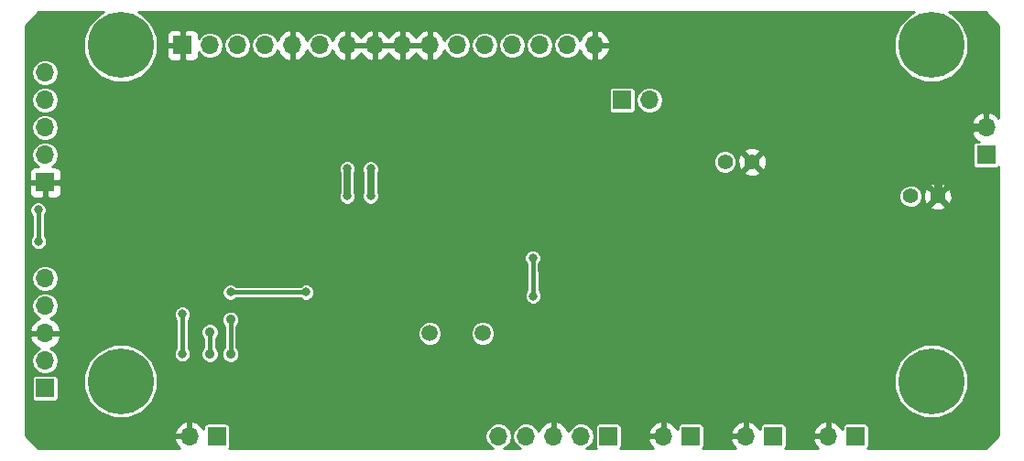
<source format=gbr>
G04 #@! TF.GenerationSoftware,KiCad,Pcbnew,(5.0.1)-4*
G04 #@! TF.CreationDate,2020-04-19T23:52:33+02:00*
G04 #@! TF.ProjectId,Freqmeter_16F18446,467265716D657465725F313646313834,R2*
G04 #@! TF.SameCoordinates,Original*
G04 #@! TF.FileFunction,Copper,L2,Bot,Signal*
G04 #@! TF.FilePolarity,Positive*
%FSLAX46Y46*%
G04 Gerber Fmt 4.6, Leading zero omitted, Abs format (unit mm)*
G04 Created by KiCad (PCBNEW (5.0.1)-4) date 19/04/2020 23:52:33*
%MOMM*%
%LPD*%
G01*
G04 APERTURE LIST*
G04 #@! TA.AperFunction,ComponentPad*
%ADD10C,6.096000*%
G04 #@! TD*
G04 #@! TA.AperFunction,ComponentPad*
%ADD11O,1.700000X1.700000*%
G04 #@! TD*
G04 #@! TA.AperFunction,ComponentPad*
%ADD12R,1.700000X1.700000*%
G04 #@! TD*
G04 #@! TA.AperFunction,ComponentPad*
%ADD13C,1.500000*%
G04 #@! TD*
G04 #@! TA.AperFunction,ComponentPad*
%ADD14C,1.400000*%
G04 #@! TD*
G04 #@! TA.AperFunction,ViaPad*
%ADD15C,0.800000*%
G04 #@! TD*
G04 #@! TA.AperFunction,ViaPad*
%ADD16C,0.889000*%
G04 #@! TD*
G04 #@! TA.AperFunction,Conductor*
%ADD17C,0.381000*%
G04 #@! TD*
G04 #@! TA.AperFunction,Conductor*
%ADD18C,0.762000*%
G04 #@! TD*
G04 #@! TA.AperFunction,Conductor*
%ADD19C,0.635000*%
G04 #@! TD*
G04 #@! TA.AperFunction,Conductor*
%ADD20C,0.254000*%
G04 #@! TD*
G04 APERTURE END LIST*
D10*
G04 #@! TO.P,M3,*
G04 #@! TO.N,*
X183515000Y-64135000D03*
G04 #@! TD*
G04 #@! TO.P,M3,*
G04 #@! TO.N,*
X183515000Y-33020000D03*
G04 #@! TD*
G04 #@! TO.P,M3,*
G04 #@! TO.N,*
X108585000Y-33020000D03*
G04 #@! TD*
D11*
G04 #@! TO.P,J1,5*
G04 #@! TO.N,PGC*
X101600000Y-54610000D03*
G04 #@! TO.P,J1,4*
G04 #@! TO.N,PGD*
X101600000Y-57150000D03*
G04 #@! TO.P,J1,3*
G04 #@! TO.N,GND*
X101600000Y-59690000D03*
G04 #@! TO.P,J1,2*
G04 #@! TO.N,VDD*
X101600000Y-62230000D03*
D12*
G04 #@! TO.P,J1,1*
G04 #@! TO.N,MCLR*
X101600000Y-64770000D03*
G04 #@! TD*
G04 #@! TO.P,J2,1*
G04 #@! TO.N,GND*
X101600000Y-45720000D03*
D11*
G04 #@! TO.P,J2,2*
G04 #@! TO.N,Net-(J2-Pad2)*
X101600000Y-43180000D03*
G04 #@! TO.P,J2,3*
G04 #@! TO.N,Net-(J2-Pad3)*
X101600000Y-40640000D03*
G04 #@! TO.P,J2,4*
G04 #@! TO.N,Net-(D1-Pad1)*
X101600000Y-38100000D03*
G04 #@! TO.P,J2,5*
G04 #@! TO.N,VDD*
X101600000Y-35560000D03*
G04 #@! TD*
D13*
G04 #@! TO.P,Y1,1*
G04 #@! TO.N,CLKIN2*
X137160000Y-59690000D03*
G04 #@! TO.P,Y1,2*
G04 #@! TO.N,Net-(C3-Pad1)*
X142060000Y-59690000D03*
G04 #@! TD*
D12*
G04 #@! TO.P,JP1,1*
G04 #@! TO.N,Net-(JP1-Pad1)*
X154940000Y-38100000D03*
D11*
G04 #@! TO.P,JP1,2*
G04 #@! TO.N,VDD*
X157480000Y-38100000D03*
G04 #@! TD*
D12*
G04 #@! TO.P,P1,1*
G04 #@! TO.N,GND*
X114300000Y-33020000D03*
D11*
G04 #@! TO.P,P1,2*
G04 #@! TO.N,VDD*
X116840000Y-33020000D03*
G04 #@! TO.P,P1,3*
G04 #@! TO.N,Vee*
X119380000Y-33020000D03*
G04 #@! TO.P,P1,4*
G04 #@! TO.N,LCD_RS*
X121920000Y-33020000D03*
G04 #@! TO.P,P1,5*
G04 #@! TO.N,GND*
X124460000Y-33020000D03*
G04 #@! TO.P,P1,6*
G04 #@! TO.N,LCD_E*
X127000000Y-33020000D03*
G04 #@! TO.P,P1,7*
G04 #@! TO.N,GND*
X129540000Y-33020000D03*
G04 #@! TO.P,P1,8*
X132080000Y-33020000D03*
G04 #@! TO.P,P1,9*
X134620000Y-33020000D03*
G04 #@! TO.P,P1,10*
X137160000Y-33020000D03*
G04 #@! TO.P,P1,11*
G04 #@! TO.N,LCD_D4*
X139700000Y-33020000D03*
G04 #@! TO.P,P1,12*
G04 #@! TO.N,LCD_D5*
X142240000Y-33020000D03*
G04 #@! TO.P,P1,13*
G04 #@! TO.N,LCD_D6*
X144780000Y-33020000D03*
G04 #@! TO.P,P1,14*
G04 #@! TO.N,LCD_D7*
X147320000Y-33020000D03*
G04 #@! TO.P,P1,15*
G04 #@! TO.N,Net-(P1-Pad15)*
X149860000Y-33020000D03*
G04 #@! TO.P,P1,16*
G04 #@! TO.N,GND*
X152400000Y-33020000D03*
G04 #@! TD*
D12*
G04 #@! TO.P,J7,1*
G04 #@! TO.N,Net-(C8-Pad1)*
X188595000Y-43180000D03*
D11*
G04 #@! TO.P,J7,2*
G04 #@! TO.N,GND*
X188595000Y-40640000D03*
G04 #@! TD*
D14*
G04 #@! TO.P,C8,1*
G04 #@! TO.N,Net-(C8-Pad1)*
X181610000Y-46990000D03*
G04 #@! TO.P,C8,2*
G04 #@! TO.N,GND*
X184110000Y-46990000D03*
G04 #@! TD*
G04 #@! TO.P,C9,2*
G04 #@! TO.N,GND*
X166965000Y-43815000D03*
G04 #@! TO.P,C9,1*
G04 #@! TO.N,VDD*
X164465000Y-43815000D03*
G04 #@! TD*
D11*
G04 #@! TO.P,J3,2*
G04 #@! TO.N,GND*
X158750000Y-69215000D03*
D12*
G04 #@! TO.P,J3,1*
G04 #@! TO.N,Net-(J3-Pad1)*
X161290000Y-69215000D03*
G04 #@! TD*
G04 #@! TO.P,J4,1*
G04 #@! TO.N,Net-(J4-Pad1)*
X168910000Y-69215000D03*
D11*
G04 #@! TO.P,J4,2*
G04 #@! TO.N,GND*
X166370000Y-69215000D03*
G04 #@! TD*
G04 #@! TO.P,J5,2*
G04 #@! TO.N,GND*
X173990000Y-69215000D03*
D12*
G04 #@! TO.P,J5,1*
G04 #@! TO.N,Net-(J5-Pad1)*
X176530000Y-69215000D03*
G04 #@! TD*
G04 #@! TO.P,J6,1*
G04 #@! TO.N,Net-(J6-Pad1)*
X117475000Y-69215000D03*
D11*
G04 #@! TO.P,J6,2*
G04 #@! TO.N,GND*
X114935000Y-69215000D03*
G04 #@! TD*
D10*
G04 #@! TO.P,M3,*
G04 #@! TO.N,*
X108585000Y-64135000D03*
G04 #@! TD*
D12*
G04 #@! TO.P,J8,1*
G04 #@! TO.N,MCLR2*
X153670000Y-69215000D03*
D11*
G04 #@! TO.P,J8,2*
G04 #@! TO.N,VDD*
X151130000Y-69215000D03*
G04 #@! TO.P,J8,3*
G04 #@! TO.N,GND*
X148590000Y-69215000D03*
G04 #@! TO.P,J8,4*
G04 #@! TO.N,PGD*
X146050000Y-69215000D03*
G04 #@! TO.P,J8,5*
G04 #@! TO.N,PGC*
X143510000Y-69215000D03*
G04 #@! TD*
D15*
G04 #@! TO.N,MCLR*
X118745000Y-55880000D03*
X125730000Y-55880000D03*
G04 #@! TO.N,VDD*
X100978495Y-51168212D03*
X100965000Y-48260000D03*
G04 #@! TO.N,GND*
X134620000Y-64135000D03*
X144780000Y-64135000D03*
X135255000Y-65260000D03*
X144145000Y-65405000D03*
X124315000Y-60960000D03*
X124950000Y-61595000D03*
X135255000Y-47625000D03*
X135255000Y-46355000D03*
X135255000Y-48895000D03*
D16*
X175480000Y-44196000D03*
X179324000Y-44196000D03*
X116205000Y-38735000D03*
X106680000Y-53340000D03*
X156210000Y-60960000D03*
X157421183Y-60923051D03*
X136144000Y-57150000D03*
X136017000Y-62230000D03*
X139700000Y-62230000D03*
X139700000Y-57531000D03*
X139700000Y-59690000D03*
X143637000Y-62103000D03*
X143256000Y-57277000D03*
X144145000Y-59690000D03*
G04 #@! TO.N,PGC*
X118745000Y-58420000D03*
X118745000Y-61595000D03*
G04 #@! TO.N,PGD*
X116840000Y-61595000D03*
X116840000Y-59563004D03*
D15*
G04 #@! TO.N,ZCD*
X114300000Y-61595000D03*
X114300000Y-57912000D03*
G04 #@! TO.N,LCD_D6*
X129540000Y-46990000D03*
X129540000Y-44450000D03*
X146698495Y-56222822D03*
X146685000Y-52705000D03*
G04 #@! TO.N,LCD_D7*
X131700000Y-44450000D03*
X131700000Y-46990000D03*
G04 #@! TD*
D17*
G04 #@! TO.N,MCLR*
X119310685Y-55880000D02*
X125730000Y-55880000D01*
X118745000Y-55880000D02*
X119310685Y-55880000D01*
G04 #@! TO.N,VDD*
X100978495Y-48273495D02*
X100965000Y-48260000D01*
X100978495Y-51168212D02*
X100978495Y-48273495D01*
D18*
G04 #@! TO.N,GND*
X184110000Y-46000051D02*
X184150000Y-45960051D01*
X184110000Y-46990000D02*
X184110000Y-46000051D01*
X187392919Y-40640000D02*
X188595000Y-40640000D01*
X184150000Y-43882919D02*
X187392919Y-40640000D01*
X184150000Y-45960051D02*
X184150000Y-43882919D01*
D17*
G04 #@! TO.N,PGC*
X118745000Y-61595000D02*
X118745000Y-58420000D01*
G04 #@! TO.N,PGD*
X116840000Y-61595000D02*
X116840000Y-59563000D01*
X116840000Y-59690000D02*
X116840000Y-59563000D01*
X116840000Y-59563000D02*
X116840000Y-59563004D01*
G04 #@! TO.N,ZCD*
X114300000Y-61595000D02*
X114300000Y-57912000D01*
D19*
G04 #@! TO.N,LCD_D6*
X129540000Y-46990000D02*
X129540000Y-44450000D01*
D17*
X146698495Y-56222822D02*
X146698495Y-53988495D01*
X146698495Y-52718495D02*
X146685000Y-52705000D01*
X146685000Y-53975000D02*
X146685000Y-52705000D01*
X146698495Y-53988495D02*
X146685000Y-53975000D01*
D19*
G04 #@! TO.N,LCD_D7*
X131700000Y-46990000D02*
X131700000Y-44450000D01*
G04 #@! TD*
D20*
G04 #@! TO.N,GND*
G36*
X106642628Y-30113034D02*
X105678034Y-31077628D01*
X105156000Y-32337930D01*
X105156000Y-33702070D01*
X105678034Y-34962372D01*
X106642628Y-35926966D01*
X107902930Y-36449000D01*
X109267070Y-36449000D01*
X110527372Y-35926966D01*
X111491966Y-34962372D01*
X112014000Y-33702070D01*
X112014000Y-33305750D01*
X112815000Y-33305750D01*
X112815000Y-33996309D01*
X112911673Y-34229698D01*
X113090301Y-34408327D01*
X113323690Y-34505000D01*
X114014250Y-34505000D01*
X114173000Y-34346250D01*
X114173000Y-33147000D01*
X112973750Y-33147000D01*
X112815000Y-33305750D01*
X112014000Y-33305750D01*
X112014000Y-32337930D01*
X111892123Y-32043691D01*
X112815000Y-32043691D01*
X112815000Y-32734250D01*
X112973750Y-32893000D01*
X114173000Y-32893000D01*
X114173000Y-31693750D01*
X114427000Y-31693750D01*
X114427000Y-32893000D01*
X114447000Y-32893000D01*
X114447000Y-33147000D01*
X114427000Y-33147000D01*
X114427000Y-34346250D01*
X114585750Y-34505000D01*
X115276310Y-34505000D01*
X115509699Y-34408327D01*
X115688327Y-34229698D01*
X115785000Y-33996309D01*
X115785000Y-33656821D01*
X115952499Y-33907501D01*
X116359688Y-34179576D01*
X116718761Y-34251000D01*
X116961239Y-34251000D01*
X117320312Y-34179576D01*
X117727501Y-33907501D01*
X117999576Y-33500312D01*
X118095116Y-33020000D01*
X118124884Y-33020000D01*
X118220424Y-33500312D01*
X118492499Y-33907501D01*
X118899688Y-34179576D01*
X119258761Y-34251000D01*
X119501239Y-34251000D01*
X119860312Y-34179576D01*
X120267501Y-33907501D01*
X120539576Y-33500312D01*
X120635116Y-33020000D01*
X120664884Y-33020000D01*
X120760424Y-33500312D01*
X121032499Y-33907501D01*
X121439688Y-34179576D01*
X121798761Y-34251000D01*
X122041239Y-34251000D01*
X122400312Y-34179576D01*
X122807501Y-33907501D01*
X123077755Y-33503037D01*
X123264817Y-33901358D01*
X123693076Y-34291645D01*
X124103110Y-34461476D01*
X124333000Y-34340155D01*
X124333000Y-33147000D01*
X124313000Y-33147000D01*
X124313000Y-32893000D01*
X124333000Y-32893000D01*
X124333000Y-31699845D01*
X124587000Y-31699845D01*
X124587000Y-32893000D01*
X124607000Y-32893000D01*
X124607000Y-33147000D01*
X124587000Y-33147000D01*
X124587000Y-34340155D01*
X124816890Y-34461476D01*
X125226924Y-34291645D01*
X125655183Y-33901358D01*
X125842245Y-33503037D01*
X126112499Y-33907501D01*
X126519688Y-34179576D01*
X126878761Y-34251000D01*
X127121239Y-34251000D01*
X127480312Y-34179576D01*
X127887501Y-33907501D01*
X128157755Y-33503037D01*
X128344817Y-33901358D01*
X128773076Y-34291645D01*
X129183110Y-34461476D01*
X129413000Y-34340155D01*
X129413000Y-33147000D01*
X129667000Y-33147000D01*
X129667000Y-34340155D01*
X129896890Y-34461476D01*
X130306924Y-34291645D01*
X130735183Y-33901358D01*
X130810000Y-33742046D01*
X130884817Y-33901358D01*
X131313076Y-34291645D01*
X131723110Y-34461476D01*
X131953000Y-34340155D01*
X131953000Y-33147000D01*
X132207000Y-33147000D01*
X132207000Y-34340155D01*
X132436890Y-34461476D01*
X132846924Y-34291645D01*
X133275183Y-33901358D01*
X133350000Y-33742046D01*
X133424817Y-33901358D01*
X133853076Y-34291645D01*
X134263110Y-34461476D01*
X134493000Y-34340155D01*
X134493000Y-33147000D01*
X134747000Y-33147000D01*
X134747000Y-34340155D01*
X134976890Y-34461476D01*
X135386924Y-34291645D01*
X135815183Y-33901358D01*
X135890000Y-33742046D01*
X135964817Y-33901358D01*
X136393076Y-34291645D01*
X136803110Y-34461476D01*
X137033000Y-34340155D01*
X137033000Y-33147000D01*
X134747000Y-33147000D01*
X134493000Y-33147000D01*
X132207000Y-33147000D01*
X131953000Y-33147000D01*
X129667000Y-33147000D01*
X129413000Y-33147000D01*
X129393000Y-33147000D01*
X129393000Y-32893000D01*
X129413000Y-32893000D01*
X129413000Y-31699845D01*
X129667000Y-31699845D01*
X129667000Y-32893000D01*
X131953000Y-32893000D01*
X131953000Y-31699845D01*
X132207000Y-31699845D01*
X132207000Y-32893000D01*
X134493000Y-32893000D01*
X134493000Y-31699845D01*
X134747000Y-31699845D01*
X134747000Y-32893000D01*
X137033000Y-32893000D01*
X137033000Y-31699845D01*
X137287000Y-31699845D01*
X137287000Y-32893000D01*
X137307000Y-32893000D01*
X137307000Y-33147000D01*
X137287000Y-33147000D01*
X137287000Y-34340155D01*
X137516890Y-34461476D01*
X137926924Y-34291645D01*
X138355183Y-33901358D01*
X138542245Y-33503037D01*
X138812499Y-33907501D01*
X139219688Y-34179576D01*
X139578761Y-34251000D01*
X139821239Y-34251000D01*
X140180312Y-34179576D01*
X140587501Y-33907501D01*
X140859576Y-33500312D01*
X140955116Y-33020000D01*
X140984884Y-33020000D01*
X141080424Y-33500312D01*
X141352499Y-33907501D01*
X141759688Y-34179576D01*
X142118761Y-34251000D01*
X142361239Y-34251000D01*
X142720312Y-34179576D01*
X143127501Y-33907501D01*
X143399576Y-33500312D01*
X143495116Y-33020000D01*
X143524884Y-33020000D01*
X143620424Y-33500312D01*
X143892499Y-33907501D01*
X144299688Y-34179576D01*
X144658761Y-34251000D01*
X144901239Y-34251000D01*
X145260312Y-34179576D01*
X145667501Y-33907501D01*
X145939576Y-33500312D01*
X146035116Y-33020000D01*
X146064884Y-33020000D01*
X146160424Y-33500312D01*
X146432499Y-33907501D01*
X146839688Y-34179576D01*
X147198761Y-34251000D01*
X147441239Y-34251000D01*
X147800312Y-34179576D01*
X148207501Y-33907501D01*
X148479576Y-33500312D01*
X148575116Y-33020000D01*
X148604884Y-33020000D01*
X148700424Y-33500312D01*
X148972499Y-33907501D01*
X149379688Y-34179576D01*
X149738761Y-34251000D01*
X149981239Y-34251000D01*
X150340312Y-34179576D01*
X150747501Y-33907501D01*
X151017755Y-33503037D01*
X151204817Y-33901358D01*
X151633076Y-34291645D01*
X152043110Y-34461476D01*
X152273000Y-34340155D01*
X152273000Y-33147000D01*
X152527000Y-33147000D01*
X152527000Y-34340155D01*
X152756890Y-34461476D01*
X153166924Y-34291645D01*
X153595183Y-33901358D01*
X153841486Y-33376892D01*
X153720819Y-33147000D01*
X152527000Y-33147000D01*
X152273000Y-33147000D01*
X152253000Y-33147000D01*
X152253000Y-32893000D01*
X152273000Y-32893000D01*
X152273000Y-31699845D01*
X152527000Y-31699845D01*
X152527000Y-32893000D01*
X153720819Y-32893000D01*
X153841486Y-32663108D01*
X153595183Y-32138642D01*
X153166924Y-31748355D01*
X152756890Y-31578524D01*
X152527000Y-31699845D01*
X152273000Y-31699845D01*
X152043110Y-31578524D01*
X151633076Y-31748355D01*
X151204817Y-32138642D01*
X151017755Y-32536963D01*
X150747501Y-32132499D01*
X150340312Y-31860424D01*
X149981239Y-31789000D01*
X149738761Y-31789000D01*
X149379688Y-31860424D01*
X148972499Y-32132499D01*
X148700424Y-32539688D01*
X148604884Y-33020000D01*
X148575116Y-33020000D01*
X148479576Y-32539688D01*
X148207501Y-32132499D01*
X147800312Y-31860424D01*
X147441239Y-31789000D01*
X147198761Y-31789000D01*
X146839688Y-31860424D01*
X146432499Y-32132499D01*
X146160424Y-32539688D01*
X146064884Y-33020000D01*
X146035116Y-33020000D01*
X145939576Y-32539688D01*
X145667501Y-32132499D01*
X145260312Y-31860424D01*
X144901239Y-31789000D01*
X144658761Y-31789000D01*
X144299688Y-31860424D01*
X143892499Y-32132499D01*
X143620424Y-32539688D01*
X143524884Y-33020000D01*
X143495116Y-33020000D01*
X143399576Y-32539688D01*
X143127501Y-32132499D01*
X142720312Y-31860424D01*
X142361239Y-31789000D01*
X142118761Y-31789000D01*
X141759688Y-31860424D01*
X141352499Y-32132499D01*
X141080424Y-32539688D01*
X140984884Y-33020000D01*
X140955116Y-33020000D01*
X140859576Y-32539688D01*
X140587501Y-32132499D01*
X140180312Y-31860424D01*
X139821239Y-31789000D01*
X139578761Y-31789000D01*
X139219688Y-31860424D01*
X138812499Y-32132499D01*
X138542245Y-32536963D01*
X138355183Y-32138642D01*
X137926924Y-31748355D01*
X137516890Y-31578524D01*
X137287000Y-31699845D01*
X137033000Y-31699845D01*
X136803110Y-31578524D01*
X136393076Y-31748355D01*
X135964817Y-32138642D01*
X135890000Y-32297954D01*
X135815183Y-32138642D01*
X135386924Y-31748355D01*
X134976890Y-31578524D01*
X134747000Y-31699845D01*
X134493000Y-31699845D01*
X134263110Y-31578524D01*
X133853076Y-31748355D01*
X133424817Y-32138642D01*
X133350000Y-32297954D01*
X133275183Y-32138642D01*
X132846924Y-31748355D01*
X132436890Y-31578524D01*
X132207000Y-31699845D01*
X131953000Y-31699845D01*
X131723110Y-31578524D01*
X131313076Y-31748355D01*
X130884817Y-32138642D01*
X130810000Y-32297954D01*
X130735183Y-32138642D01*
X130306924Y-31748355D01*
X129896890Y-31578524D01*
X129667000Y-31699845D01*
X129413000Y-31699845D01*
X129183110Y-31578524D01*
X128773076Y-31748355D01*
X128344817Y-32138642D01*
X128157755Y-32536963D01*
X127887501Y-32132499D01*
X127480312Y-31860424D01*
X127121239Y-31789000D01*
X126878761Y-31789000D01*
X126519688Y-31860424D01*
X126112499Y-32132499D01*
X125842245Y-32536963D01*
X125655183Y-32138642D01*
X125226924Y-31748355D01*
X124816890Y-31578524D01*
X124587000Y-31699845D01*
X124333000Y-31699845D01*
X124103110Y-31578524D01*
X123693076Y-31748355D01*
X123264817Y-32138642D01*
X123077755Y-32536963D01*
X122807501Y-32132499D01*
X122400312Y-31860424D01*
X122041239Y-31789000D01*
X121798761Y-31789000D01*
X121439688Y-31860424D01*
X121032499Y-32132499D01*
X120760424Y-32539688D01*
X120664884Y-33020000D01*
X120635116Y-33020000D01*
X120539576Y-32539688D01*
X120267501Y-32132499D01*
X119860312Y-31860424D01*
X119501239Y-31789000D01*
X119258761Y-31789000D01*
X118899688Y-31860424D01*
X118492499Y-32132499D01*
X118220424Y-32539688D01*
X118124884Y-33020000D01*
X118095116Y-33020000D01*
X117999576Y-32539688D01*
X117727501Y-32132499D01*
X117320312Y-31860424D01*
X116961239Y-31789000D01*
X116718761Y-31789000D01*
X116359688Y-31860424D01*
X115952499Y-32132499D01*
X115785000Y-32383179D01*
X115785000Y-32043691D01*
X115688327Y-31810302D01*
X115509699Y-31631673D01*
X115276310Y-31535000D01*
X114585750Y-31535000D01*
X114427000Y-31693750D01*
X114173000Y-31693750D01*
X114014250Y-31535000D01*
X113323690Y-31535000D01*
X113090301Y-31631673D01*
X112911673Y-31810302D01*
X112815000Y-32043691D01*
X111892123Y-32043691D01*
X111491966Y-31077628D01*
X110527372Y-30113034D01*
X110186886Y-29972000D01*
X181913114Y-29972000D01*
X181572628Y-30113034D01*
X180608034Y-31077628D01*
X180086000Y-32337930D01*
X180086000Y-33702070D01*
X180608034Y-34962372D01*
X181572628Y-35926966D01*
X182832930Y-36449000D01*
X184197070Y-36449000D01*
X185457372Y-35926966D01*
X186421966Y-34962372D01*
X186944000Y-33702070D01*
X186944000Y-32337930D01*
X186421966Y-31077628D01*
X185457372Y-30113034D01*
X185116886Y-29972000D01*
X188542394Y-29972000D01*
X189738000Y-31167606D01*
X189738000Y-39731915D01*
X189476358Y-39444817D01*
X188951892Y-39198514D01*
X188722000Y-39319181D01*
X188722000Y-40513000D01*
X188742000Y-40513000D01*
X188742000Y-40767000D01*
X188722000Y-40767000D01*
X188722000Y-40787000D01*
X188468000Y-40787000D01*
X188468000Y-40767000D01*
X187274845Y-40767000D01*
X187153524Y-40996890D01*
X187323355Y-41406924D01*
X187713642Y-41835183D01*
X187940105Y-41941536D01*
X187745000Y-41941536D01*
X187596341Y-41971106D01*
X187470314Y-42055314D01*
X187386106Y-42181341D01*
X187356536Y-42330000D01*
X187356536Y-44030000D01*
X187386106Y-44178659D01*
X187470314Y-44304686D01*
X187596341Y-44388894D01*
X187745000Y-44418464D01*
X189445000Y-44418464D01*
X189593659Y-44388894D01*
X189719686Y-44304686D01*
X189738000Y-44277277D01*
X189738000Y-69162394D01*
X188542394Y-70358000D01*
X177627277Y-70358000D01*
X177654686Y-70339686D01*
X177738894Y-70213659D01*
X177768464Y-70065000D01*
X177768464Y-68365000D01*
X177738894Y-68216341D01*
X177654686Y-68090314D01*
X177528659Y-68006106D01*
X177380000Y-67976536D01*
X175680000Y-67976536D01*
X175531341Y-68006106D01*
X175405314Y-68090314D01*
X175321106Y-68216341D01*
X175291536Y-68365000D01*
X175291536Y-68560105D01*
X175185183Y-68333642D01*
X174756924Y-67943355D01*
X174346890Y-67773524D01*
X174117000Y-67894845D01*
X174117000Y-69088000D01*
X174137000Y-69088000D01*
X174137000Y-69342000D01*
X174117000Y-69342000D01*
X174117000Y-69362000D01*
X173863000Y-69362000D01*
X173863000Y-69342000D01*
X172669181Y-69342000D01*
X172548514Y-69571892D01*
X172794817Y-70096358D01*
X173081915Y-70358000D01*
X170007277Y-70358000D01*
X170034686Y-70339686D01*
X170118894Y-70213659D01*
X170148464Y-70065000D01*
X170148464Y-68858108D01*
X172548514Y-68858108D01*
X172669181Y-69088000D01*
X173863000Y-69088000D01*
X173863000Y-67894845D01*
X173633110Y-67773524D01*
X173223076Y-67943355D01*
X172794817Y-68333642D01*
X172548514Y-68858108D01*
X170148464Y-68858108D01*
X170148464Y-68365000D01*
X170118894Y-68216341D01*
X170034686Y-68090314D01*
X169908659Y-68006106D01*
X169760000Y-67976536D01*
X168060000Y-67976536D01*
X167911341Y-68006106D01*
X167785314Y-68090314D01*
X167701106Y-68216341D01*
X167671536Y-68365000D01*
X167671536Y-68560105D01*
X167565183Y-68333642D01*
X167136924Y-67943355D01*
X166726890Y-67773524D01*
X166497000Y-67894845D01*
X166497000Y-69088000D01*
X166517000Y-69088000D01*
X166517000Y-69342000D01*
X166497000Y-69342000D01*
X166497000Y-69362000D01*
X166243000Y-69362000D01*
X166243000Y-69342000D01*
X165049181Y-69342000D01*
X164928514Y-69571892D01*
X165174817Y-70096358D01*
X165461915Y-70358000D01*
X162387277Y-70358000D01*
X162414686Y-70339686D01*
X162498894Y-70213659D01*
X162528464Y-70065000D01*
X162528464Y-68858108D01*
X164928514Y-68858108D01*
X165049181Y-69088000D01*
X166243000Y-69088000D01*
X166243000Y-67894845D01*
X166013110Y-67773524D01*
X165603076Y-67943355D01*
X165174817Y-68333642D01*
X164928514Y-68858108D01*
X162528464Y-68858108D01*
X162528464Y-68365000D01*
X162498894Y-68216341D01*
X162414686Y-68090314D01*
X162288659Y-68006106D01*
X162140000Y-67976536D01*
X160440000Y-67976536D01*
X160291341Y-68006106D01*
X160165314Y-68090314D01*
X160081106Y-68216341D01*
X160051536Y-68365000D01*
X160051536Y-68560105D01*
X159945183Y-68333642D01*
X159516924Y-67943355D01*
X159106890Y-67773524D01*
X158877000Y-67894845D01*
X158877000Y-69088000D01*
X158897000Y-69088000D01*
X158897000Y-69342000D01*
X158877000Y-69342000D01*
X158877000Y-69362000D01*
X158623000Y-69362000D01*
X158623000Y-69342000D01*
X157429181Y-69342000D01*
X157308514Y-69571892D01*
X157554817Y-70096358D01*
X157841915Y-70358000D01*
X154767277Y-70358000D01*
X154794686Y-70339686D01*
X154878894Y-70213659D01*
X154908464Y-70065000D01*
X154908464Y-68858108D01*
X157308514Y-68858108D01*
X157429181Y-69088000D01*
X158623000Y-69088000D01*
X158623000Y-67894845D01*
X158393110Y-67773524D01*
X157983076Y-67943355D01*
X157554817Y-68333642D01*
X157308514Y-68858108D01*
X154908464Y-68858108D01*
X154908464Y-68365000D01*
X154878894Y-68216341D01*
X154794686Y-68090314D01*
X154668659Y-68006106D01*
X154520000Y-67976536D01*
X152820000Y-67976536D01*
X152671341Y-68006106D01*
X152545314Y-68090314D01*
X152461106Y-68216341D01*
X152431536Y-68365000D01*
X152431536Y-70065000D01*
X152461106Y-70213659D01*
X152545314Y-70339686D01*
X152572723Y-70358000D01*
X151635120Y-70358000D01*
X152017501Y-70102501D01*
X152289576Y-69695312D01*
X152385116Y-69215000D01*
X152289576Y-68734688D01*
X152017501Y-68327499D01*
X151610312Y-68055424D01*
X151251239Y-67984000D01*
X151008761Y-67984000D01*
X150649688Y-68055424D01*
X150242499Y-68327499D01*
X149972245Y-68731963D01*
X149785183Y-68333642D01*
X149356924Y-67943355D01*
X148946890Y-67773524D01*
X148717000Y-67894845D01*
X148717000Y-69088000D01*
X148737000Y-69088000D01*
X148737000Y-69342000D01*
X148717000Y-69342000D01*
X148717000Y-69362000D01*
X148463000Y-69362000D01*
X148463000Y-69342000D01*
X148443000Y-69342000D01*
X148443000Y-69088000D01*
X148463000Y-69088000D01*
X148463000Y-67894845D01*
X148233110Y-67773524D01*
X147823076Y-67943355D01*
X147394817Y-68333642D01*
X147207755Y-68731963D01*
X146937501Y-68327499D01*
X146530312Y-68055424D01*
X146171239Y-67984000D01*
X145928761Y-67984000D01*
X145569688Y-68055424D01*
X145162499Y-68327499D01*
X144890424Y-68734688D01*
X144794884Y-69215000D01*
X144890424Y-69695312D01*
X145162499Y-70102501D01*
X145544880Y-70358000D01*
X144015120Y-70358000D01*
X144397501Y-70102501D01*
X144669576Y-69695312D01*
X144765116Y-69215000D01*
X144669576Y-68734688D01*
X144397501Y-68327499D01*
X143990312Y-68055424D01*
X143631239Y-67984000D01*
X143388761Y-67984000D01*
X143029688Y-68055424D01*
X142622499Y-68327499D01*
X142350424Y-68734688D01*
X142254884Y-69215000D01*
X142350424Y-69695312D01*
X142622499Y-70102501D01*
X143004880Y-70358000D01*
X118572277Y-70358000D01*
X118599686Y-70339686D01*
X118683894Y-70213659D01*
X118713464Y-70065000D01*
X118713464Y-68365000D01*
X118683894Y-68216341D01*
X118599686Y-68090314D01*
X118473659Y-68006106D01*
X118325000Y-67976536D01*
X116625000Y-67976536D01*
X116476341Y-68006106D01*
X116350314Y-68090314D01*
X116266106Y-68216341D01*
X116236536Y-68365000D01*
X116236536Y-68560105D01*
X116130183Y-68333642D01*
X115701924Y-67943355D01*
X115291890Y-67773524D01*
X115062000Y-67894845D01*
X115062000Y-69088000D01*
X115082000Y-69088000D01*
X115082000Y-69342000D01*
X115062000Y-69342000D01*
X115062000Y-69362000D01*
X114808000Y-69362000D01*
X114808000Y-69342000D01*
X113614181Y-69342000D01*
X113493514Y-69571892D01*
X113739817Y-70096358D01*
X114026915Y-70358000D01*
X101017606Y-70358000D01*
X99822000Y-69162394D01*
X99822000Y-68858108D01*
X113493514Y-68858108D01*
X113614181Y-69088000D01*
X114808000Y-69088000D01*
X114808000Y-67894845D01*
X114578110Y-67773524D01*
X114168076Y-67943355D01*
X113739817Y-68333642D01*
X113493514Y-68858108D01*
X99822000Y-68858108D01*
X99822000Y-63920000D01*
X100361536Y-63920000D01*
X100361536Y-65620000D01*
X100391106Y-65768659D01*
X100475314Y-65894686D01*
X100601341Y-65978894D01*
X100750000Y-66008464D01*
X102450000Y-66008464D01*
X102598659Y-65978894D01*
X102724686Y-65894686D01*
X102808894Y-65768659D01*
X102838464Y-65620000D01*
X102838464Y-63920000D01*
X102808894Y-63771341D01*
X102724686Y-63645314D01*
X102598659Y-63561106D01*
X102450000Y-63531536D01*
X100750000Y-63531536D01*
X100601341Y-63561106D01*
X100475314Y-63645314D01*
X100391106Y-63771341D01*
X100361536Y-63920000D01*
X99822000Y-63920000D01*
X99822000Y-60046890D01*
X100158524Y-60046890D01*
X100328355Y-60456924D01*
X100718642Y-60885183D01*
X101116963Y-61072245D01*
X100712499Y-61342499D01*
X100440424Y-61749688D01*
X100344884Y-62230000D01*
X100440424Y-62710312D01*
X100712499Y-63117501D01*
X101119688Y-63389576D01*
X101478761Y-63461000D01*
X101721239Y-63461000D01*
X101761809Y-63452930D01*
X105156000Y-63452930D01*
X105156000Y-64817070D01*
X105678034Y-66077372D01*
X106642628Y-67041966D01*
X107902930Y-67564000D01*
X109267070Y-67564000D01*
X110527372Y-67041966D01*
X111491966Y-66077372D01*
X112014000Y-64817070D01*
X112014000Y-63452930D01*
X180086000Y-63452930D01*
X180086000Y-64817070D01*
X180608034Y-66077372D01*
X181572628Y-67041966D01*
X182832930Y-67564000D01*
X184197070Y-67564000D01*
X185457372Y-67041966D01*
X186421966Y-66077372D01*
X186944000Y-64817070D01*
X186944000Y-63452930D01*
X186421966Y-62192628D01*
X185457372Y-61228034D01*
X184197070Y-60706000D01*
X182832930Y-60706000D01*
X181572628Y-61228034D01*
X180608034Y-62192628D01*
X180086000Y-63452930D01*
X112014000Y-63452930D01*
X111491966Y-62192628D01*
X110527372Y-61228034D01*
X109267070Y-60706000D01*
X107902930Y-60706000D01*
X106642628Y-61228034D01*
X105678034Y-62192628D01*
X105156000Y-63452930D01*
X101761809Y-63452930D01*
X102080312Y-63389576D01*
X102487501Y-63117501D01*
X102759576Y-62710312D01*
X102855116Y-62230000D01*
X102759576Y-61749688D01*
X102487501Y-61342499D01*
X102083037Y-61072245D01*
X102481358Y-60885183D01*
X102871645Y-60456924D01*
X103041476Y-60046890D01*
X102920155Y-59817000D01*
X101727000Y-59817000D01*
X101727000Y-59837000D01*
X101473000Y-59837000D01*
X101473000Y-59817000D01*
X100279845Y-59817000D01*
X100158524Y-60046890D01*
X99822000Y-60046890D01*
X99822000Y-59333110D01*
X100158524Y-59333110D01*
X100279845Y-59563000D01*
X101473000Y-59563000D01*
X101473000Y-59543000D01*
X101727000Y-59543000D01*
X101727000Y-59563000D01*
X102920155Y-59563000D01*
X103041476Y-59333110D01*
X102871645Y-58923076D01*
X102481358Y-58494817D01*
X102083037Y-58307755D01*
X102487501Y-58037501D01*
X102675160Y-57756649D01*
X113519000Y-57756649D01*
X113519000Y-58067351D01*
X113637900Y-58354401D01*
X113728501Y-58445002D01*
X113728500Y-61061999D01*
X113637900Y-61152599D01*
X113519000Y-61439649D01*
X113519000Y-61750351D01*
X113637900Y-62037401D01*
X113857599Y-62257100D01*
X114144649Y-62376000D01*
X114455351Y-62376000D01*
X114742401Y-62257100D01*
X114962100Y-62037401D01*
X115081000Y-61750351D01*
X115081000Y-61439649D01*
X114962100Y-61152599D01*
X114871500Y-61061999D01*
X114871500Y-59398802D01*
X116014500Y-59398802D01*
X116014500Y-59727206D01*
X116140174Y-60030612D01*
X116268501Y-60158939D01*
X116268500Y-60999066D01*
X116140174Y-61127392D01*
X116014500Y-61430798D01*
X116014500Y-61759202D01*
X116140174Y-62062608D01*
X116372392Y-62294826D01*
X116675798Y-62420500D01*
X117004202Y-62420500D01*
X117307608Y-62294826D01*
X117539826Y-62062608D01*
X117665500Y-61759202D01*
X117665500Y-61430798D01*
X117539826Y-61127392D01*
X117411500Y-60999066D01*
X117411500Y-60158938D01*
X117539826Y-60030612D01*
X117665500Y-59727206D01*
X117665500Y-59398802D01*
X117539826Y-59095396D01*
X117307608Y-58863178D01*
X117004202Y-58737504D01*
X116675798Y-58737504D01*
X116372392Y-58863178D01*
X116140174Y-59095396D01*
X116014500Y-59398802D01*
X114871500Y-59398802D01*
X114871500Y-58445001D01*
X114962100Y-58354401D01*
X115002942Y-58255798D01*
X117919500Y-58255798D01*
X117919500Y-58584202D01*
X118045174Y-58887608D01*
X118173501Y-59015935D01*
X118173500Y-60999066D01*
X118045174Y-61127392D01*
X117919500Y-61430798D01*
X117919500Y-61759202D01*
X118045174Y-62062608D01*
X118277392Y-62294826D01*
X118580798Y-62420500D01*
X118909202Y-62420500D01*
X119212608Y-62294826D01*
X119444826Y-62062608D01*
X119570500Y-61759202D01*
X119570500Y-61430798D01*
X119444826Y-61127392D01*
X119316500Y-60999066D01*
X119316500Y-59465030D01*
X136029000Y-59465030D01*
X136029000Y-59914970D01*
X136201184Y-60330660D01*
X136519340Y-60648816D01*
X136935030Y-60821000D01*
X137384970Y-60821000D01*
X137800660Y-60648816D01*
X138118816Y-60330660D01*
X138291000Y-59914970D01*
X138291000Y-59465030D01*
X140929000Y-59465030D01*
X140929000Y-59914970D01*
X141101184Y-60330660D01*
X141419340Y-60648816D01*
X141835030Y-60821000D01*
X142284970Y-60821000D01*
X142700660Y-60648816D01*
X143018816Y-60330660D01*
X143191000Y-59914970D01*
X143191000Y-59465030D01*
X143018816Y-59049340D01*
X142700660Y-58731184D01*
X142284970Y-58559000D01*
X141835030Y-58559000D01*
X141419340Y-58731184D01*
X141101184Y-59049340D01*
X140929000Y-59465030D01*
X138291000Y-59465030D01*
X138118816Y-59049340D01*
X137800660Y-58731184D01*
X137384970Y-58559000D01*
X136935030Y-58559000D01*
X136519340Y-58731184D01*
X136201184Y-59049340D01*
X136029000Y-59465030D01*
X119316500Y-59465030D01*
X119316500Y-59015934D01*
X119444826Y-58887608D01*
X119570500Y-58584202D01*
X119570500Y-58255798D01*
X119444826Y-57952392D01*
X119212608Y-57720174D01*
X118909202Y-57594500D01*
X118580798Y-57594500D01*
X118277392Y-57720174D01*
X118045174Y-57952392D01*
X117919500Y-58255798D01*
X115002942Y-58255798D01*
X115081000Y-58067351D01*
X115081000Y-57756649D01*
X114962100Y-57469599D01*
X114742401Y-57249900D01*
X114455351Y-57131000D01*
X114144649Y-57131000D01*
X113857599Y-57249900D01*
X113637900Y-57469599D01*
X113519000Y-57756649D01*
X102675160Y-57756649D01*
X102759576Y-57630312D01*
X102855116Y-57150000D01*
X102759576Y-56669688D01*
X102487501Y-56262499D01*
X102080312Y-55990424D01*
X101721239Y-55919000D01*
X101478761Y-55919000D01*
X101119688Y-55990424D01*
X100712499Y-56262499D01*
X100440424Y-56669688D01*
X100344884Y-57150000D01*
X100440424Y-57630312D01*
X100712499Y-58037501D01*
X101116963Y-58307755D01*
X100718642Y-58494817D01*
X100328355Y-58923076D01*
X100158524Y-59333110D01*
X99822000Y-59333110D01*
X99822000Y-54610000D01*
X100344884Y-54610000D01*
X100440424Y-55090312D01*
X100712499Y-55497501D01*
X101119688Y-55769576D01*
X101478761Y-55841000D01*
X101721239Y-55841000D01*
X102080312Y-55769576D01*
X102147550Y-55724649D01*
X117964000Y-55724649D01*
X117964000Y-56035351D01*
X118082900Y-56322401D01*
X118302599Y-56542100D01*
X118589649Y-56661000D01*
X118900351Y-56661000D01*
X119187401Y-56542100D01*
X119278001Y-56451500D01*
X125196999Y-56451500D01*
X125287599Y-56542100D01*
X125574649Y-56661000D01*
X125885351Y-56661000D01*
X126172401Y-56542100D01*
X126392100Y-56322401D01*
X126511000Y-56035351D01*
X126511000Y-55724649D01*
X126392100Y-55437599D01*
X126172401Y-55217900D01*
X125885351Y-55099000D01*
X125574649Y-55099000D01*
X125287599Y-55217900D01*
X125196999Y-55308500D01*
X119278001Y-55308500D01*
X119187401Y-55217900D01*
X118900351Y-55099000D01*
X118589649Y-55099000D01*
X118302599Y-55217900D01*
X118082900Y-55437599D01*
X117964000Y-55724649D01*
X102147550Y-55724649D01*
X102487501Y-55497501D01*
X102759576Y-55090312D01*
X102855116Y-54610000D01*
X102759576Y-54129688D01*
X102487501Y-53722499D01*
X102080312Y-53450424D01*
X101721239Y-53379000D01*
X101478761Y-53379000D01*
X101119688Y-53450424D01*
X100712499Y-53722499D01*
X100440424Y-54129688D01*
X100344884Y-54610000D01*
X99822000Y-54610000D01*
X99822000Y-52549649D01*
X145904000Y-52549649D01*
X145904000Y-52860351D01*
X146022900Y-53147401D01*
X146113501Y-53238002D01*
X146113500Y-53918718D01*
X146102305Y-53975000D01*
X146113500Y-54031281D01*
X146113500Y-54031285D01*
X146126996Y-54099134D01*
X146126995Y-55689821D01*
X146036395Y-55780421D01*
X145917495Y-56067471D01*
X145917495Y-56378173D01*
X146036395Y-56665223D01*
X146256094Y-56884922D01*
X146543144Y-57003822D01*
X146853846Y-57003822D01*
X147140896Y-56884922D01*
X147360595Y-56665223D01*
X147479495Y-56378173D01*
X147479495Y-56067471D01*
X147360595Y-55780421D01*
X147269995Y-55689821D01*
X147269995Y-54044777D01*
X147281190Y-53988495D01*
X147269995Y-53932213D01*
X147269995Y-53932209D01*
X147256500Y-53864365D01*
X147256500Y-53238001D01*
X147347100Y-53147401D01*
X147466000Y-52860351D01*
X147466000Y-52549649D01*
X147347100Y-52262599D01*
X147127401Y-52042900D01*
X146840351Y-51924000D01*
X146529649Y-51924000D01*
X146242599Y-52042900D01*
X146022900Y-52262599D01*
X145904000Y-52549649D01*
X99822000Y-52549649D01*
X99822000Y-48104649D01*
X100184000Y-48104649D01*
X100184000Y-48415351D01*
X100302900Y-48702401D01*
X100406996Y-48806497D01*
X100406995Y-50635211D01*
X100316395Y-50725811D01*
X100197495Y-51012861D01*
X100197495Y-51323563D01*
X100316395Y-51610613D01*
X100536094Y-51830312D01*
X100823144Y-51949212D01*
X101133846Y-51949212D01*
X101420896Y-51830312D01*
X101640595Y-51610613D01*
X101759495Y-51323563D01*
X101759495Y-51012861D01*
X101640595Y-50725811D01*
X101549995Y-50635211D01*
X101549995Y-48779506D01*
X101627100Y-48702401D01*
X101746000Y-48415351D01*
X101746000Y-48104649D01*
X101627100Y-47817599D01*
X101407401Y-47597900D01*
X101120351Y-47479000D01*
X100809649Y-47479000D01*
X100522599Y-47597900D01*
X100302900Y-47817599D01*
X100184000Y-48104649D01*
X99822000Y-48104649D01*
X99822000Y-46005750D01*
X100115000Y-46005750D01*
X100115000Y-46696310D01*
X100211673Y-46929699D01*
X100390302Y-47108327D01*
X100623691Y-47205000D01*
X101314250Y-47205000D01*
X101473000Y-47046250D01*
X101473000Y-45847000D01*
X101727000Y-45847000D01*
X101727000Y-47046250D01*
X101885750Y-47205000D01*
X102576309Y-47205000D01*
X102809698Y-47108327D01*
X102988327Y-46929699D01*
X103085000Y-46696310D01*
X103085000Y-46005750D01*
X102926250Y-45847000D01*
X101727000Y-45847000D01*
X101473000Y-45847000D01*
X100273750Y-45847000D01*
X100115000Y-46005750D01*
X99822000Y-46005750D01*
X99822000Y-44743690D01*
X100115000Y-44743690D01*
X100115000Y-45434250D01*
X100273750Y-45593000D01*
X101473000Y-45593000D01*
X101473000Y-45573000D01*
X101727000Y-45573000D01*
X101727000Y-45593000D01*
X102926250Y-45593000D01*
X103085000Y-45434250D01*
X103085000Y-44743690D01*
X102988327Y-44510301D01*
X102809698Y-44331673D01*
X102720315Y-44294649D01*
X128759000Y-44294649D01*
X128759000Y-44605351D01*
X128841501Y-44804526D01*
X128841500Y-46635476D01*
X128759000Y-46834649D01*
X128759000Y-47145351D01*
X128877900Y-47432401D01*
X129097599Y-47652100D01*
X129384649Y-47771000D01*
X129695351Y-47771000D01*
X129982401Y-47652100D01*
X130202100Y-47432401D01*
X130321000Y-47145351D01*
X130321000Y-46834649D01*
X130238500Y-46635476D01*
X130238500Y-44804524D01*
X130321000Y-44605351D01*
X130321000Y-44294649D01*
X130919000Y-44294649D01*
X130919000Y-44605351D01*
X131001501Y-44804526D01*
X131001500Y-46635476D01*
X130919000Y-46834649D01*
X130919000Y-47145351D01*
X131037900Y-47432401D01*
X131257599Y-47652100D01*
X131544649Y-47771000D01*
X131855351Y-47771000D01*
X132142401Y-47652100D01*
X132362100Y-47432401D01*
X132481000Y-47145351D01*
X132481000Y-46834649D01*
X132456283Y-46774976D01*
X180529000Y-46774976D01*
X180529000Y-47205024D01*
X180693572Y-47602337D01*
X180997663Y-47906428D01*
X181394976Y-48071000D01*
X181825024Y-48071000D01*
X182176836Y-47925275D01*
X183354331Y-47925275D01*
X183416169Y-48161042D01*
X183917122Y-48337419D01*
X184447440Y-48308664D01*
X184803831Y-48161042D01*
X184865669Y-47925275D01*
X184110000Y-47169605D01*
X183354331Y-47925275D01*
X182176836Y-47925275D01*
X182222337Y-47906428D01*
X182526428Y-47602337D01*
X182691000Y-47205024D01*
X182691000Y-46797122D01*
X182762581Y-46797122D01*
X182791336Y-47327440D01*
X182938958Y-47683831D01*
X183174725Y-47745669D01*
X183930395Y-46990000D01*
X184289605Y-46990000D01*
X185045275Y-47745669D01*
X185281042Y-47683831D01*
X185457419Y-47182878D01*
X185428664Y-46652560D01*
X185281042Y-46296169D01*
X185045275Y-46234331D01*
X184289605Y-46990000D01*
X183930395Y-46990000D01*
X183174725Y-46234331D01*
X182938958Y-46296169D01*
X182762581Y-46797122D01*
X182691000Y-46797122D01*
X182691000Y-46774976D01*
X182526428Y-46377663D01*
X182222337Y-46073572D01*
X182176837Y-46054725D01*
X183354331Y-46054725D01*
X184110000Y-46810395D01*
X184865669Y-46054725D01*
X184803831Y-45818958D01*
X184302878Y-45642581D01*
X183772560Y-45671336D01*
X183416169Y-45818958D01*
X183354331Y-46054725D01*
X182176837Y-46054725D01*
X181825024Y-45909000D01*
X181394976Y-45909000D01*
X180997663Y-46073572D01*
X180693572Y-46377663D01*
X180529000Y-46774976D01*
X132456283Y-46774976D01*
X132398500Y-46635476D01*
X132398500Y-44804524D01*
X132481000Y-44605351D01*
X132481000Y-44294649D01*
X132362100Y-44007599D01*
X132142401Y-43787900D01*
X131855351Y-43669000D01*
X131544649Y-43669000D01*
X131257599Y-43787900D01*
X131037900Y-44007599D01*
X130919000Y-44294649D01*
X130321000Y-44294649D01*
X130202100Y-44007599D01*
X129982401Y-43787900D01*
X129695351Y-43669000D01*
X129384649Y-43669000D01*
X129097599Y-43787900D01*
X128877900Y-44007599D01*
X128759000Y-44294649D01*
X102720315Y-44294649D01*
X102576309Y-44235000D01*
X102236821Y-44235000D01*
X102487501Y-44067501D01*
X102759576Y-43660312D01*
X102771577Y-43599976D01*
X163384000Y-43599976D01*
X163384000Y-44030024D01*
X163548572Y-44427337D01*
X163852663Y-44731428D01*
X164249976Y-44896000D01*
X164680024Y-44896000D01*
X165031836Y-44750275D01*
X166209331Y-44750275D01*
X166271169Y-44986042D01*
X166772122Y-45162419D01*
X167302440Y-45133664D01*
X167658831Y-44986042D01*
X167720669Y-44750275D01*
X166965000Y-43994605D01*
X166209331Y-44750275D01*
X165031836Y-44750275D01*
X165077337Y-44731428D01*
X165381428Y-44427337D01*
X165546000Y-44030024D01*
X165546000Y-43622122D01*
X165617581Y-43622122D01*
X165646336Y-44152440D01*
X165793958Y-44508831D01*
X166029725Y-44570669D01*
X166785395Y-43815000D01*
X167144605Y-43815000D01*
X167900275Y-44570669D01*
X168136042Y-44508831D01*
X168312419Y-44007878D01*
X168283664Y-43477560D01*
X168136042Y-43121169D01*
X167900275Y-43059331D01*
X167144605Y-43815000D01*
X166785395Y-43815000D01*
X166029725Y-43059331D01*
X165793958Y-43121169D01*
X165617581Y-43622122D01*
X165546000Y-43622122D01*
X165546000Y-43599976D01*
X165381428Y-43202663D01*
X165077337Y-42898572D01*
X165031837Y-42879725D01*
X166209331Y-42879725D01*
X166965000Y-43635395D01*
X167720669Y-42879725D01*
X167658831Y-42643958D01*
X167157878Y-42467581D01*
X166627560Y-42496336D01*
X166271169Y-42643958D01*
X166209331Y-42879725D01*
X165031837Y-42879725D01*
X164680024Y-42734000D01*
X164249976Y-42734000D01*
X163852663Y-42898572D01*
X163548572Y-43202663D01*
X163384000Y-43599976D01*
X102771577Y-43599976D01*
X102855116Y-43180000D01*
X102759576Y-42699688D01*
X102487501Y-42292499D01*
X102080312Y-42020424D01*
X101721239Y-41949000D01*
X101478761Y-41949000D01*
X101119688Y-42020424D01*
X100712499Y-42292499D01*
X100440424Y-42699688D01*
X100344884Y-43180000D01*
X100440424Y-43660312D01*
X100712499Y-44067501D01*
X100963179Y-44235000D01*
X100623691Y-44235000D01*
X100390302Y-44331673D01*
X100211673Y-44510301D01*
X100115000Y-44743690D01*
X99822000Y-44743690D01*
X99822000Y-40640000D01*
X100344884Y-40640000D01*
X100440424Y-41120312D01*
X100712499Y-41527501D01*
X101119688Y-41799576D01*
X101478761Y-41871000D01*
X101721239Y-41871000D01*
X102080312Y-41799576D01*
X102487501Y-41527501D01*
X102759576Y-41120312D01*
X102855116Y-40640000D01*
X102784127Y-40283110D01*
X187153524Y-40283110D01*
X187274845Y-40513000D01*
X188468000Y-40513000D01*
X188468000Y-39319181D01*
X188238108Y-39198514D01*
X187713642Y-39444817D01*
X187323355Y-39873076D01*
X187153524Y-40283110D01*
X102784127Y-40283110D01*
X102759576Y-40159688D01*
X102487501Y-39752499D01*
X102080312Y-39480424D01*
X101721239Y-39409000D01*
X101478761Y-39409000D01*
X101119688Y-39480424D01*
X100712499Y-39752499D01*
X100440424Y-40159688D01*
X100344884Y-40640000D01*
X99822000Y-40640000D01*
X99822000Y-38100000D01*
X100344884Y-38100000D01*
X100440424Y-38580312D01*
X100712499Y-38987501D01*
X101119688Y-39259576D01*
X101478761Y-39331000D01*
X101721239Y-39331000D01*
X102080312Y-39259576D01*
X102487501Y-38987501D01*
X102759576Y-38580312D01*
X102855116Y-38100000D01*
X102759576Y-37619688D01*
X102512559Y-37250000D01*
X153701536Y-37250000D01*
X153701536Y-38950000D01*
X153731106Y-39098659D01*
X153815314Y-39224686D01*
X153941341Y-39308894D01*
X154090000Y-39338464D01*
X155790000Y-39338464D01*
X155938659Y-39308894D01*
X156064686Y-39224686D01*
X156148894Y-39098659D01*
X156178464Y-38950000D01*
X156178464Y-38100000D01*
X156224884Y-38100000D01*
X156320424Y-38580312D01*
X156592499Y-38987501D01*
X156999688Y-39259576D01*
X157358761Y-39331000D01*
X157601239Y-39331000D01*
X157960312Y-39259576D01*
X158367501Y-38987501D01*
X158639576Y-38580312D01*
X158735116Y-38100000D01*
X158639576Y-37619688D01*
X158367501Y-37212499D01*
X157960312Y-36940424D01*
X157601239Y-36869000D01*
X157358761Y-36869000D01*
X156999688Y-36940424D01*
X156592499Y-37212499D01*
X156320424Y-37619688D01*
X156224884Y-38100000D01*
X156178464Y-38100000D01*
X156178464Y-37250000D01*
X156148894Y-37101341D01*
X156064686Y-36975314D01*
X155938659Y-36891106D01*
X155790000Y-36861536D01*
X154090000Y-36861536D01*
X153941341Y-36891106D01*
X153815314Y-36975314D01*
X153731106Y-37101341D01*
X153701536Y-37250000D01*
X102512559Y-37250000D01*
X102487501Y-37212499D01*
X102080312Y-36940424D01*
X101721239Y-36869000D01*
X101478761Y-36869000D01*
X101119688Y-36940424D01*
X100712499Y-37212499D01*
X100440424Y-37619688D01*
X100344884Y-38100000D01*
X99822000Y-38100000D01*
X99822000Y-35560000D01*
X100344884Y-35560000D01*
X100440424Y-36040312D01*
X100712499Y-36447501D01*
X101119688Y-36719576D01*
X101478761Y-36791000D01*
X101721239Y-36791000D01*
X102080312Y-36719576D01*
X102487501Y-36447501D01*
X102759576Y-36040312D01*
X102855116Y-35560000D01*
X102759576Y-35079688D01*
X102487501Y-34672499D01*
X102080312Y-34400424D01*
X101721239Y-34329000D01*
X101478761Y-34329000D01*
X101119688Y-34400424D01*
X100712499Y-34672499D01*
X100440424Y-35079688D01*
X100344884Y-35560000D01*
X99822000Y-35560000D01*
X99822000Y-31167606D01*
X101017606Y-29972000D01*
X106983114Y-29972000D01*
X106642628Y-30113034D01*
X106642628Y-30113034D01*
G37*
X106642628Y-30113034D02*
X105678034Y-31077628D01*
X105156000Y-32337930D01*
X105156000Y-33702070D01*
X105678034Y-34962372D01*
X106642628Y-35926966D01*
X107902930Y-36449000D01*
X109267070Y-36449000D01*
X110527372Y-35926966D01*
X111491966Y-34962372D01*
X112014000Y-33702070D01*
X112014000Y-33305750D01*
X112815000Y-33305750D01*
X112815000Y-33996309D01*
X112911673Y-34229698D01*
X113090301Y-34408327D01*
X113323690Y-34505000D01*
X114014250Y-34505000D01*
X114173000Y-34346250D01*
X114173000Y-33147000D01*
X112973750Y-33147000D01*
X112815000Y-33305750D01*
X112014000Y-33305750D01*
X112014000Y-32337930D01*
X111892123Y-32043691D01*
X112815000Y-32043691D01*
X112815000Y-32734250D01*
X112973750Y-32893000D01*
X114173000Y-32893000D01*
X114173000Y-31693750D01*
X114427000Y-31693750D01*
X114427000Y-32893000D01*
X114447000Y-32893000D01*
X114447000Y-33147000D01*
X114427000Y-33147000D01*
X114427000Y-34346250D01*
X114585750Y-34505000D01*
X115276310Y-34505000D01*
X115509699Y-34408327D01*
X115688327Y-34229698D01*
X115785000Y-33996309D01*
X115785000Y-33656821D01*
X115952499Y-33907501D01*
X116359688Y-34179576D01*
X116718761Y-34251000D01*
X116961239Y-34251000D01*
X117320312Y-34179576D01*
X117727501Y-33907501D01*
X117999576Y-33500312D01*
X118095116Y-33020000D01*
X118124884Y-33020000D01*
X118220424Y-33500312D01*
X118492499Y-33907501D01*
X118899688Y-34179576D01*
X119258761Y-34251000D01*
X119501239Y-34251000D01*
X119860312Y-34179576D01*
X120267501Y-33907501D01*
X120539576Y-33500312D01*
X120635116Y-33020000D01*
X120664884Y-33020000D01*
X120760424Y-33500312D01*
X121032499Y-33907501D01*
X121439688Y-34179576D01*
X121798761Y-34251000D01*
X122041239Y-34251000D01*
X122400312Y-34179576D01*
X122807501Y-33907501D01*
X123077755Y-33503037D01*
X123264817Y-33901358D01*
X123693076Y-34291645D01*
X124103110Y-34461476D01*
X124333000Y-34340155D01*
X124333000Y-33147000D01*
X124313000Y-33147000D01*
X124313000Y-32893000D01*
X124333000Y-32893000D01*
X124333000Y-31699845D01*
X124587000Y-31699845D01*
X124587000Y-32893000D01*
X124607000Y-32893000D01*
X124607000Y-33147000D01*
X124587000Y-33147000D01*
X124587000Y-34340155D01*
X124816890Y-34461476D01*
X125226924Y-34291645D01*
X125655183Y-33901358D01*
X125842245Y-33503037D01*
X126112499Y-33907501D01*
X126519688Y-34179576D01*
X126878761Y-34251000D01*
X127121239Y-34251000D01*
X127480312Y-34179576D01*
X127887501Y-33907501D01*
X128157755Y-33503037D01*
X128344817Y-33901358D01*
X128773076Y-34291645D01*
X129183110Y-34461476D01*
X129413000Y-34340155D01*
X129413000Y-33147000D01*
X129667000Y-33147000D01*
X129667000Y-34340155D01*
X129896890Y-34461476D01*
X130306924Y-34291645D01*
X130735183Y-33901358D01*
X130810000Y-33742046D01*
X130884817Y-33901358D01*
X131313076Y-34291645D01*
X131723110Y-34461476D01*
X131953000Y-34340155D01*
X131953000Y-33147000D01*
X132207000Y-33147000D01*
X132207000Y-34340155D01*
X132436890Y-34461476D01*
X132846924Y-34291645D01*
X133275183Y-33901358D01*
X133350000Y-33742046D01*
X133424817Y-33901358D01*
X133853076Y-34291645D01*
X134263110Y-34461476D01*
X134493000Y-34340155D01*
X134493000Y-33147000D01*
X134747000Y-33147000D01*
X134747000Y-34340155D01*
X134976890Y-34461476D01*
X135386924Y-34291645D01*
X135815183Y-33901358D01*
X135890000Y-33742046D01*
X135964817Y-33901358D01*
X136393076Y-34291645D01*
X136803110Y-34461476D01*
X137033000Y-34340155D01*
X137033000Y-33147000D01*
X134747000Y-33147000D01*
X134493000Y-33147000D01*
X132207000Y-33147000D01*
X131953000Y-33147000D01*
X129667000Y-33147000D01*
X129413000Y-33147000D01*
X129393000Y-33147000D01*
X129393000Y-32893000D01*
X129413000Y-32893000D01*
X129413000Y-31699845D01*
X129667000Y-31699845D01*
X129667000Y-32893000D01*
X131953000Y-32893000D01*
X131953000Y-31699845D01*
X132207000Y-31699845D01*
X132207000Y-32893000D01*
X134493000Y-32893000D01*
X134493000Y-31699845D01*
X134747000Y-31699845D01*
X134747000Y-32893000D01*
X137033000Y-32893000D01*
X137033000Y-31699845D01*
X137287000Y-31699845D01*
X137287000Y-32893000D01*
X137307000Y-32893000D01*
X137307000Y-33147000D01*
X137287000Y-33147000D01*
X137287000Y-34340155D01*
X137516890Y-34461476D01*
X137926924Y-34291645D01*
X138355183Y-33901358D01*
X138542245Y-33503037D01*
X138812499Y-33907501D01*
X139219688Y-34179576D01*
X139578761Y-34251000D01*
X139821239Y-34251000D01*
X140180312Y-34179576D01*
X140587501Y-33907501D01*
X140859576Y-33500312D01*
X140955116Y-33020000D01*
X140984884Y-33020000D01*
X141080424Y-33500312D01*
X141352499Y-33907501D01*
X141759688Y-34179576D01*
X142118761Y-34251000D01*
X142361239Y-34251000D01*
X142720312Y-34179576D01*
X143127501Y-33907501D01*
X143399576Y-33500312D01*
X143495116Y-33020000D01*
X143524884Y-33020000D01*
X143620424Y-33500312D01*
X143892499Y-33907501D01*
X144299688Y-34179576D01*
X144658761Y-34251000D01*
X144901239Y-34251000D01*
X145260312Y-34179576D01*
X145667501Y-33907501D01*
X145939576Y-33500312D01*
X146035116Y-33020000D01*
X146064884Y-33020000D01*
X146160424Y-33500312D01*
X146432499Y-33907501D01*
X146839688Y-34179576D01*
X147198761Y-34251000D01*
X147441239Y-34251000D01*
X147800312Y-34179576D01*
X148207501Y-33907501D01*
X148479576Y-33500312D01*
X148575116Y-33020000D01*
X148604884Y-33020000D01*
X148700424Y-33500312D01*
X148972499Y-33907501D01*
X149379688Y-34179576D01*
X149738761Y-34251000D01*
X149981239Y-34251000D01*
X150340312Y-34179576D01*
X150747501Y-33907501D01*
X151017755Y-33503037D01*
X151204817Y-33901358D01*
X151633076Y-34291645D01*
X152043110Y-34461476D01*
X152273000Y-34340155D01*
X152273000Y-33147000D01*
X152527000Y-33147000D01*
X152527000Y-34340155D01*
X152756890Y-34461476D01*
X153166924Y-34291645D01*
X153595183Y-33901358D01*
X153841486Y-33376892D01*
X153720819Y-33147000D01*
X152527000Y-33147000D01*
X152273000Y-33147000D01*
X152253000Y-33147000D01*
X152253000Y-32893000D01*
X152273000Y-32893000D01*
X152273000Y-31699845D01*
X152527000Y-31699845D01*
X152527000Y-32893000D01*
X153720819Y-32893000D01*
X153841486Y-32663108D01*
X153595183Y-32138642D01*
X153166924Y-31748355D01*
X152756890Y-31578524D01*
X152527000Y-31699845D01*
X152273000Y-31699845D01*
X152043110Y-31578524D01*
X151633076Y-31748355D01*
X151204817Y-32138642D01*
X151017755Y-32536963D01*
X150747501Y-32132499D01*
X150340312Y-31860424D01*
X149981239Y-31789000D01*
X149738761Y-31789000D01*
X149379688Y-31860424D01*
X148972499Y-32132499D01*
X148700424Y-32539688D01*
X148604884Y-33020000D01*
X148575116Y-33020000D01*
X148479576Y-32539688D01*
X148207501Y-32132499D01*
X147800312Y-31860424D01*
X147441239Y-31789000D01*
X147198761Y-31789000D01*
X146839688Y-31860424D01*
X146432499Y-32132499D01*
X146160424Y-32539688D01*
X146064884Y-33020000D01*
X146035116Y-33020000D01*
X145939576Y-32539688D01*
X145667501Y-32132499D01*
X145260312Y-31860424D01*
X144901239Y-31789000D01*
X144658761Y-31789000D01*
X144299688Y-31860424D01*
X143892499Y-32132499D01*
X143620424Y-32539688D01*
X143524884Y-33020000D01*
X143495116Y-33020000D01*
X143399576Y-32539688D01*
X143127501Y-32132499D01*
X142720312Y-31860424D01*
X142361239Y-31789000D01*
X142118761Y-31789000D01*
X141759688Y-31860424D01*
X141352499Y-32132499D01*
X141080424Y-32539688D01*
X140984884Y-33020000D01*
X140955116Y-33020000D01*
X140859576Y-32539688D01*
X140587501Y-32132499D01*
X140180312Y-31860424D01*
X139821239Y-31789000D01*
X139578761Y-31789000D01*
X139219688Y-31860424D01*
X138812499Y-32132499D01*
X138542245Y-32536963D01*
X138355183Y-32138642D01*
X137926924Y-31748355D01*
X137516890Y-31578524D01*
X137287000Y-31699845D01*
X137033000Y-31699845D01*
X136803110Y-31578524D01*
X136393076Y-31748355D01*
X135964817Y-32138642D01*
X135890000Y-32297954D01*
X135815183Y-32138642D01*
X135386924Y-31748355D01*
X134976890Y-31578524D01*
X134747000Y-31699845D01*
X134493000Y-31699845D01*
X134263110Y-31578524D01*
X133853076Y-31748355D01*
X133424817Y-32138642D01*
X133350000Y-32297954D01*
X133275183Y-32138642D01*
X132846924Y-31748355D01*
X132436890Y-31578524D01*
X132207000Y-31699845D01*
X131953000Y-31699845D01*
X131723110Y-31578524D01*
X131313076Y-31748355D01*
X130884817Y-32138642D01*
X130810000Y-32297954D01*
X130735183Y-32138642D01*
X130306924Y-31748355D01*
X129896890Y-31578524D01*
X129667000Y-31699845D01*
X129413000Y-31699845D01*
X129183110Y-31578524D01*
X128773076Y-31748355D01*
X128344817Y-32138642D01*
X128157755Y-32536963D01*
X127887501Y-32132499D01*
X127480312Y-31860424D01*
X127121239Y-31789000D01*
X126878761Y-31789000D01*
X126519688Y-31860424D01*
X126112499Y-32132499D01*
X125842245Y-32536963D01*
X125655183Y-32138642D01*
X125226924Y-31748355D01*
X124816890Y-31578524D01*
X124587000Y-31699845D01*
X124333000Y-31699845D01*
X124103110Y-31578524D01*
X123693076Y-31748355D01*
X123264817Y-32138642D01*
X123077755Y-32536963D01*
X122807501Y-32132499D01*
X122400312Y-31860424D01*
X122041239Y-31789000D01*
X121798761Y-31789000D01*
X121439688Y-31860424D01*
X121032499Y-32132499D01*
X120760424Y-32539688D01*
X120664884Y-33020000D01*
X120635116Y-33020000D01*
X120539576Y-32539688D01*
X120267501Y-32132499D01*
X119860312Y-31860424D01*
X119501239Y-31789000D01*
X119258761Y-31789000D01*
X118899688Y-31860424D01*
X118492499Y-32132499D01*
X118220424Y-32539688D01*
X118124884Y-33020000D01*
X118095116Y-33020000D01*
X117999576Y-32539688D01*
X117727501Y-32132499D01*
X117320312Y-31860424D01*
X116961239Y-31789000D01*
X116718761Y-31789000D01*
X116359688Y-31860424D01*
X115952499Y-32132499D01*
X115785000Y-32383179D01*
X115785000Y-32043691D01*
X115688327Y-31810302D01*
X115509699Y-31631673D01*
X115276310Y-31535000D01*
X114585750Y-31535000D01*
X114427000Y-31693750D01*
X114173000Y-31693750D01*
X114014250Y-31535000D01*
X113323690Y-31535000D01*
X113090301Y-31631673D01*
X112911673Y-31810302D01*
X112815000Y-32043691D01*
X111892123Y-32043691D01*
X111491966Y-31077628D01*
X110527372Y-30113034D01*
X110186886Y-29972000D01*
X181913114Y-29972000D01*
X181572628Y-30113034D01*
X180608034Y-31077628D01*
X180086000Y-32337930D01*
X180086000Y-33702070D01*
X180608034Y-34962372D01*
X181572628Y-35926966D01*
X182832930Y-36449000D01*
X184197070Y-36449000D01*
X185457372Y-35926966D01*
X186421966Y-34962372D01*
X186944000Y-33702070D01*
X186944000Y-32337930D01*
X186421966Y-31077628D01*
X185457372Y-30113034D01*
X185116886Y-29972000D01*
X188542394Y-29972000D01*
X189738000Y-31167606D01*
X189738000Y-39731915D01*
X189476358Y-39444817D01*
X188951892Y-39198514D01*
X188722000Y-39319181D01*
X188722000Y-40513000D01*
X188742000Y-40513000D01*
X188742000Y-40767000D01*
X188722000Y-40767000D01*
X188722000Y-40787000D01*
X188468000Y-40787000D01*
X188468000Y-40767000D01*
X187274845Y-40767000D01*
X187153524Y-40996890D01*
X187323355Y-41406924D01*
X187713642Y-41835183D01*
X187940105Y-41941536D01*
X187745000Y-41941536D01*
X187596341Y-41971106D01*
X187470314Y-42055314D01*
X187386106Y-42181341D01*
X187356536Y-42330000D01*
X187356536Y-44030000D01*
X187386106Y-44178659D01*
X187470314Y-44304686D01*
X187596341Y-44388894D01*
X187745000Y-44418464D01*
X189445000Y-44418464D01*
X189593659Y-44388894D01*
X189719686Y-44304686D01*
X189738000Y-44277277D01*
X189738000Y-69162394D01*
X188542394Y-70358000D01*
X177627277Y-70358000D01*
X177654686Y-70339686D01*
X177738894Y-70213659D01*
X177768464Y-70065000D01*
X177768464Y-68365000D01*
X177738894Y-68216341D01*
X177654686Y-68090314D01*
X177528659Y-68006106D01*
X177380000Y-67976536D01*
X175680000Y-67976536D01*
X175531341Y-68006106D01*
X175405314Y-68090314D01*
X175321106Y-68216341D01*
X175291536Y-68365000D01*
X175291536Y-68560105D01*
X175185183Y-68333642D01*
X174756924Y-67943355D01*
X174346890Y-67773524D01*
X174117000Y-67894845D01*
X174117000Y-69088000D01*
X174137000Y-69088000D01*
X174137000Y-69342000D01*
X174117000Y-69342000D01*
X174117000Y-69362000D01*
X173863000Y-69362000D01*
X173863000Y-69342000D01*
X172669181Y-69342000D01*
X172548514Y-69571892D01*
X172794817Y-70096358D01*
X173081915Y-70358000D01*
X170007277Y-70358000D01*
X170034686Y-70339686D01*
X170118894Y-70213659D01*
X170148464Y-70065000D01*
X170148464Y-68858108D01*
X172548514Y-68858108D01*
X172669181Y-69088000D01*
X173863000Y-69088000D01*
X173863000Y-67894845D01*
X173633110Y-67773524D01*
X173223076Y-67943355D01*
X172794817Y-68333642D01*
X172548514Y-68858108D01*
X170148464Y-68858108D01*
X170148464Y-68365000D01*
X170118894Y-68216341D01*
X170034686Y-68090314D01*
X169908659Y-68006106D01*
X169760000Y-67976536D01*
X168060000Y-67976536D01*
X167911341Y-68006106D01*
X167785314Y-68090314D01*
X167701106Y-68216341D01*
X167671536Y-68365000D01*
X167671536Y-68560105D01*
X167565183Y-68333642D01*
X167136924Y-67943355D01*
X166726890Y-67773524D01*
X166497000Y-67894845D01*
X166497000Y-69088000D01*
X166517000Y-69088000D01*
X166517000Y-69342000D01*
X166497000Y-69342000D01*
X166497000Y-69362000D01*
X166243000Y-69362000D01*
X166243000Y-69342000D01*
X165049181Y-69342000D01*
X164928514Y-69571892D01*
X165174817Y-70096358D01*
X165461915Y-70358000D01*
X162387277Y-70358000D01*
X162414686Y-70339686D01*
X162498894Y-70213659D01*
X162528464Y-70065000D01*
X162528464Y-68858108D01*
X164928514Y-68858108D01*
X165049181Y-69088000D01*
X166243000Y-69088000D01*
X166243000Y-67894845D01*
X166013110Y-67773524D01*
X165603076Y-67943355D01*
X165174817Y-68333642D01*
X164928514Y-68858108D01*
X162528464Y-68858108D01*
X162528464Y-68365000D01*
X162498894Y-68216341D01*
X162414686Y-68090314D01*
X162288659Y-68006106D01*
X162140000Y-67976536D01*
X160440000Y-67976536D01*
X160291341Y-68006106D01*
X160165314Y-68090314D01*
X160081106Y-68216341D01*
X160051536Y-68365000D01*
X160051536Y-68560105D01*
X159945183Y-68333642D01*
X159516924Y-67943355D01*
X159106890Y-67773524D01*
X158877000Y-67894845D01*
X158877000Y-69088000D01*
X158897000Y-69088000D01*
X158897000Y-69342000D01*
X158877000Y-69342000D01*
X158877000Y-69362000D01*
X158623000Y-69362000D01*
X158623000Y-69342000D01*
X157429181Y-69342000D01*
X157308514Y-69571892D01*
X157554817Y-70096358D01*
X157841915Y-70358000D01*
X154767277Y-70358000D01*
X154794686Y-70339686D01*
X154878894Y-70213659D01*
X154908464Y-70065000D01*
X154908464Y-68858108D01*
X157308514Y-68858108D01*
X157429181Y-69088000D01*
X158623000Y-69088000D01*
X158623000Y-67894845D01*
X158393110Y-67773524D01*
X157983076Y-67943355D01*
X157554817Y-68333642D01*
X157308514Y-68858108D01*
X154908464Y-68858108D01*
X154908464Y-68365000D01*
X154878894Y-68216341D01*
X154794686Y-68090314D01*
X154668659Y-68006106D01*
X154520000Y-67976536D01*
X152820000Y-67976536D01*
X152671341Y-68006106D01*
X152545314Y-68090314D01*
X152461106Y-68216341D01*
X152431536Y-68365000D01*
X152431536Y-70065000D01*
X152461106Y-70213659D01*
X152545314Y-70339686D01*
X152572723Y-70358000D01*
X151635120Y-70358000D01*
X152017501Y-70102501D01*
X152289576Y-69695312D01*
X152385116Y-69215000D01*
X152289576Y-68734688D01*
X152017501Y-68327499D01*
X151610312Y-68055424D01*
X151251239Y-67984000D01*
X151008761Y-67984000D01*
X150649688Y-68055424D01*
X150242499Y-68327499D01*
X149972245Y-68731963D01*
X149785183Y-68333642D01*
X149356924Y-67943355D01*
X148946890Y-67773524D01*
X148717000Y-67894845D01*
X148717000Y-69088000D01*
X148737000Y-69088000D01*
X148737000Y-69342000D01*
X148717000Y-69342000D01*
X148717000Y-69362000D01*
X148463000Y-69362000D01*
X148463000Y-69342000D01*
X148443000Y-69342000D01*
X148443000Y-69088000D01*
X148463000Y-69088000D01*
X148463000Y-67894845D01*
X148233110Y-67773524D01*
X147823076Y-67943355D01*
X147394817Y-68333642D01*
X147207755Y-68731963D01*
X146937501Y-68327499D01*
X146530312Y-68055424D01*
X146171239Y-67984000D01*
X145928761Y-67984000D01*
X145569688Y-68055424D01*
X145162499Y-68327499D01*
X144890424Y-68734688D01*
X144794884Y-69215000D01*
X144890424Y-69695312D01*
X145162499Y-70102501D01*
X145544880Y-70358000D01*
X144015120Y-70358000D01*
X144397501Y-70102501D01*
X144669576Y-69695312D01*
X144765116Y-69215000D01*
X144669576Y-68734688D01*
X144397501Y-68327499D01*
X143990312Y-68055424D01*
X143631239Y-67984000D01*
X143388761Y-67984000D01*
X143029688Y-68055424D01*
X142622499Y-68327499D01*
X142350424Y-68734688D01*
X142254884Y-69215000D01*
X142350424Y-69695312D01*
X142622499Y-70102501D01*
X143004880Y-70358000D01*
X118572277Y-70358000D01*
X118599686Y-70339686D01*
X118683894Y-70213659D01*
X118713464Y-70065000D01*
X118713464Y-68365000D01*
X118683894Y-68216341D01*
X118599686Y-68090314D01*
X118473659Y-68006106D01*
X118325000Y-67976536D01*
X116625000Y-67976536D01*
X116476341Y-68006106D01*
X116350314Y-68090314D01*
X116266106Y-68216341D01*
X116236536Y-68365000D01*
X116236536Y-68560105D01*
X116130183Y-68333642D01*
X115701924Y-67943355D01*
X115291890Y-67773524D01*
X115062000Y-67894845D01*
X115062000Y-69088000D01*
X115082000Y-69088000D01*
X115082000Y-69342000D01*
X115062000Y-69342000D01*
X115062000Y-69362000D01*
X114808000Y-69362000D01*
X114808000Y-69342000D01*
X113614181Y-69342000D01*
X113493514Y-69571892D01*
X113739817Y-70096358D01*
X114026915Y-70358000D01*
X101017606Y-70358000D01*
X99822000Y-69162394D01*
X99822000Y-68858108D01*
X113493514Y-68858108D01*
X113614181Y-69088000D01*
X114808000Y-69088000D01*
X114808000Y-67894845D01*
X114578110Y-67773524D01*
X114168076Y-67943355D01*
X113739817Y-68333642D01*
X113493514Y-68858108D01*
X99822000Y-68858108D01*
X99822000Y-63920000D01*
X100361536Y-63920000D01*
X100361536Y-65620000D01*
X100391106Y-65768659D01*
X100475314Y-65894686D01*
X100601341Y-65978894D01*
X100750000Y-66008464D01*
X102450000Y-66008464D01*
X102598659Y-65978894D01*
X102724686Y-65894686D01*
X102808894Y-65768659D01*
X102838464Y-65620000D01*
X102838464Y-63920000D01*
X102808894Y-63771341D01*
X102724686Y-63645314D01*
X102598659Y-63561106D01*
X102450000Y-63531536D01*
X100750000Y-63531536D01*
X100601341Y-63561106D01*
X100475314Y-63645314D01*
X100391106Y-63771341D01*
X100361536Y-63920000D01*
X99822000Y-63920000D01*
X99822000Y-60046890D01*
X100158524Y-60046890D01*
X100328355Y-60456924D01*
X100718642Y-60885183D01*
X101116963Y-61072245D01*
X100712499Y-61342499D01*
X100440424Y-61749688D01*
X100344884Y-62230000D01*
X100440424Y-62710312D01*
X100712499Y-63117501D01*
X101119688Y-63389576D01*
X101478761Y-63461000D01*
X101721239Y-63461000D01*
X101761809Y-63452930D01*
X105156000Y-63452930D01*
X105156000Y-64817070D01*
X105678034Y-66077372D01*
X106642628Y-67041966D01*
X107902930Y-67564000D01*
X109267070Y-67564000D01*
X110527372Y-67041966D01*
X111491966Y-66077372D01*
X112014000Y-64817070D01*
X112014000Y-63452930D01*
X180086000Y-63452930D01*
X180086000Y-64817070D01*
X180608034Y-66077372D01*
X181572628Y-67041966D01*
X182832930Y-67564000D01*
X184197070Y-67564000D01*
X185457372Y-67041966D01*
X186421966Y-66077372D01*
X186944000Y-64817070D01*
X186944000Y-63452930D01*
X186421966Y-62192628D01*
X185457372Y-61228034D01*
X184197070Y-60706000D01*
X182832930Y-60706000D01*
X181572628Y-61228034D01*
X180608034Y-62192628D01*
X180086000Y-63452930D01*
X112014000Y-63452930D01*
X111491966Y-62192628D01*
X110527372Y-61228034D01*
X109267070Y-60706000D01*
X107902930Y-60706000D01*
X106642628Y-61228034D01*
X105678034Y-62192628D01*
X105156000Y-63452930D01*
X101761809Y-63452930D01*
X102080312Y-63389576D01*
X102487501Y-63117501D01*
X102759576Y-62710312D01*
X102855116Y-62230000D01*
X102759576Y-61749688D01*
X102487501Y-61342499D01*
X102083037Y-61072245D01*
X102481358Y-60885183D01*
X102871645Y-60456924D01*
X103041476Y-60046890D01*
X102920155Y-59817000D01*
X101727000Y-59817000D01*
X101727000Y-59837000D01*
X101473000Y-59837000D01*
X101473000Y-59817000D01*
X100279845Y-59817000D01*
X100158524Y-60046890D01*
X99822000Y-60046890D01*
X99822000Y-59333110D01*
X100158524Y-59333110D01*
X100279845Y-59563000D01*
X101473000Y-59563000D01*
X101473000Y-59543000D01*
X101727000Y-59543000D01*
X101727000Y-59563000D01*
X102920155Y-59563000D01*
X103041476Y-59333110D01*
X102871645Y-58923076D01*
X102481358Y-58494817D01*
X102083037Y-58307755D01*
X102487501Y-58037501D01*
X102675160Y-57756649D01*
X113519000Y-57756649D01*
X113519000Y-58067351D01*
X113637900Y-58354401D01*
X113728501Y-58445002D01*
X113728500Y-61061999D01*
X113637900Y-61152599D01*
X113519000Y-61439649D01*
X113519000Y-61750351D01*
X113637900Y-62037401D01*
X113857599Y-62257100D01*
X114144649Y-62376000D01*
X114455351Y-62376000D01*
X114742401Y-62257100D01*
X114962100Y-62037401D01*
X115081000Y-61750351D01*
X115081000Y-61439649D01*
X114962100Y-61152599D01*
X114871500Y-61061999D01*
X114871500Y-59398802D01*
X116014500Y-59398802D01*
X116014500Y-59727206D01*
X116140174Y-60030612D01*
X116268501Y-60158939D01*
X116268500Y-60999066D01*
X116140174Y-61127392D01*
X116014500Y-61430798D01*
X116014500Y-61759202D01*
X116140174Y-62062608D01*
X116372392Y-62294826D01*
X116675798Y-62420500D01*
X117004202Y-62420500D01*
X117307608Y-62294826D01*
X117539826Y-62062608D01*
X117665500Y-61759202D01*
X117665500Y-61430798D01*
X117539826Y-61127392D01*
X117411500Y-60999066D01*
X117411500Y-60158938D01*
X117539826Y-60030612D01*
X117665500Y-59727206D01*
X117665500Y-59398802D01*
X117539826Y-59095396D01*
X117307608Y-58863178D01*
X117004202Y-58737504D01*
X116675798Y-58737504D01*
X116372392Y-58863178D01*
X116140174Y-59095396D01*
X116014500Y-59398802D01*
X114871500Y-59398802D01*
X114871500Y-58445001D01*
X114962100Y-58354401D01*
X115002942Y-58255798D01*
X117919500Y-58255798D01*
X117919500Y-58584202D01*
X118045174Y-58887608D01*
X118173501Y-59015935D01*
X118173500Y-60999066D01*
X118045174Y-61127392D01*
X117919500Y-61430798D01*
X117919500Y-61759202D01*
X118045174Y-62062608D01*
X118277392Y-62294826D01*
X118580798Y-62420500D01*
X118909202Y-62420500D01*
X119212608Y-62294826D01*
X119444826Y-62062608D01*
X119570500Y-61759202D01*
X119570500Y-61430798D01*
X119444826Y-61127392D01*
X119316500Y-60999066D01*
X119316500Y-59465030D01*
X136029000Y-59465030D01*
X136029000Y-59914970D01*
X136201184Y-60330660D01*
X136519340Y-60648816D01*
X136935030Y-60821000D01*
X137384970Y-60821000D01*
X137800660Y-60648816D01*
X138118816Y-60330660D01*
X138291000Y-59914970D01*
X138291000Y-59465030D01*
X140929000Y-59465030D01*
X140929000Y-59914970D01*
X141101184Y-60330660D01*
X141419340Y-60648816D01*
X141835030Y-60821000D01*
X142284970Y-60821000D01*
X142700660Y-60648816D01*
X143018816Y-60330660D01*
X143191000Y-59914970D01*
X143191000Y-59465030D01*
X143018816Y-59049340D01*
X142700660Y-58731184D01*
X142284970Y-58559000D01*
X141835030Y-58559000D01*
X141419340Y-58731184D01*
X141101184Y-59049340D01*
X140929000Y-59465030D01*
X138291000Y-59465030D01*
X138118816Y-59049340D01*
X137800660Y-58731184D01*
X137384970Y-58559000D01*
X136935030Y-58559000D01*
X136519340Y-58731184D01*
X136201184Y-59049340D01*
X136029000Y-59465030D01*
X119316500Y-59465030D01*
X119316500Y-59015934D01*
X119444826Y-58887608D01*
X119570500Y-58584202D01*
X119570500Y-58255798D01*
X119444826Y-57952392D01*
X119212608Y-57720174D01*
X118909202Y-57594500D01*
X118580798Y-57594500D01*
X118277392Y-57720174D01*
X118045174Y-57952392D01*
X117919500Y-58255798D01*
X115002942Y-58255798D01*
X115081000Y-58067351D01*
X115081000Y-57756649D01*
X114962100Y-57469599D01*
X114742401Y-57249900D01*
X114455351Y-57131000D01*
X114144649Y-57131000D01*
X113857599Y-57249900D01*
X113637900Y-57469599D01*
X113519000Y-57756649D01*
X102675160Y-57756649D01*
X102759576Y-57630312D01*
X102855116Y-57150000D01*
X102759576Y-56669688D01*
X102487501Y-56262499D01*
X102080312Y-55990424D01*
X101721239Y-55919000D01*
X101478761Y-55919000D01*
X101119688Y-55990424D01*
X100712499Y-56262499D01*
X100440424Y-56669688D01*
X100344884Y-57150000D01*
X100440424Y-57630312D01*
X100712499Y-58037501D01*
X101116963Y-58307755D01*
X100718642Y-58494817D01*
X100328355Y-58923076D01*
X100158524Y-59333110D01*
X99822000Y-59333110D01*
X99822000Y-54610000D01*
X100344884Y-54610000D01*
X100440424Y-55090312D01*
X100712499Y-55497501D01*
X101119688Y-55769576D01*
X101478761Y-55841000D01*
X101721239Y-55841000D01*
X102080312Y-55769576D01*
X102147550Y-55724649D01*
X117964000Y-55724649D01*
X117964000Y-56035351D01*
X118082900Y-56322401D01*
X118302599Y-56542100D01*
X118589649Y-56661000D01*
X118900351Y-56661000D01*
X119187401Y-56542100D01*
X119278001Y-56451500D01*
X125196999Y-56451500D01*
X125287599Y-56542100D01*
X125574649Y-56661000D01*
X125885351Y-56661000D01*
X126172401Y-56542100D01*
X126392100Y-56322401D01*
X126511000Y-56035351D01*
X126511000Y-55724649D01*
X126392100Y-55437599D01*
X126172401Y-55217900D01*
X125885351Y-55099000D01*
X125574649Y-55099000D01*
X125287599Y-55217900D01*
X125196999Y-55308500D01*
X119278001Y-55308500D01*
X119187401Y-55217900D01*
X118900351Y-55099000D01*
X118589649Y-55099000D01*
X118302599Y-55217900D01*
X118082900Y-55437599D01*
X117964000Y-55724649D01*
X102147550Y-55724649D01*
X102487501Y-55497501D01*
X102759576Y-55090312D01*
X102855116Y-54610000D01*
X102759576Y-54129688D01*
X102487501Y-53722499D01*
X102080312Y-53450424D01*
X101721239Y-53379000D01*
X101478761Y-53379000D01*
X101119688Y-53450424D01*
X100712499Y-53722499D01*
X100440424Y-54129688D01*
X100344884Y-54610000D01*
X99822000Y-54610000D01*
X99822000Y-52549649D01*
X145904000Y-52549649D01*
X145904000Y-52860351D01*
X146022900Y-53147401D01*
X146113501Y-53238002D01*
X146113500Y-53918718D01*
X146102305Y-53975000D01*
X146113500Y-54031281D01*
X146113500Y-54031285D01*
X146126996Y-54099134D01*
X146126995Y-55689821D01*
X146036395Y-55780421D01*
X145917495Y-56067471D01*
X145917495Y-56378173D01*
X146036395Y-56665223D01*
X146256094Y-56884922D01*
X146543144Y-57003822D01*
X146853846Y-57003822D01*
X147140896Y-56884922D01*
X147360595Y-56665223D01*
X147479495Y-56378173D01*
X147479495Y-56067471D01*
X147360595Y-55780421D01*
X147269995Y-55689821D01*
X147269995Y-54044777D01*
X147281190Y-53988495D01*
X147269995Y-53932213D01*
X147269995Y-53932209D01*
X147256500Y-53864365D01*
X147256500Y-53238001D01*
X147347100Y-53147401D01*
X147466000Y-52860351D01*
X147466000Y-52549649D01*
X147347100Y-52262599D01*
X147127401Y-52042900D01*
X146840351Y-51924000D01*
X146529649Y-51924000D01*
X146242599Y-52042900D01*
X146022900Y-52262599D01*
X145904000Y-52549649D01*
X99822000Y-52549649D01*
X99822000Y-48104649D01*
X100184000Y-48104649D01*
X100184000Y-48415351D01*
X100302900Y-48702401D01*
X100406996Y-48806497D01*
X100406995Y-50635211D01*
X100316395Y-50725811D01*
X100197495Y-51012861D01*
X100197495Y-51323563D01*
X100316395Y-51610613D01*
X100536094Y-51830312D01*
X100823144Y-51949212D01*
X101133846Y-51949212D01*
X101420896Y-51830312D01*
X101640595Y-51610613D01*
X101759495Y-51323563D01*
X101759495Y-51012861D01*
X101640595Y-50725811D01*
X101549995Y-50635211D01*
X101549995Y-48779506D01*
X101627100Y-48702401D01*
X101746000Y-48415351D01*
X101746000Y-48104649D01*
X101627100Y-47817599D01*
X101407401Y-47597900D01*
X101120351Y-47479000D01*
X100809649Y-47479000D01*
X100522599Y-47597900D01*
X100302900Y-47817599D01*
X100184000Y-48104649D01*
X99822000Y-48104649D01*
X99822000Y-46005750D01*
X100115000Y-46005750D01*
X100115000Y-46696310D01*
X100211673Y-46929699D01*
X100390302Y-47108327D01*
X100623691Y-47205000D01*
X101314250Y-47205000D01*
X101473000Y-47046250D01*
X101473000Y-45847000D01*
X101727000Y-45847000D01*
X101727000Y-47046250D01*
X101885750Y-47205000D01*
X102576309Y-47205000D01*
X102809698Y-47108327D01*
X102988327Y-46929699D01*
X103085000Y-46696310D01*
X103085000Y-46005750D01*
X102926250Y-45847000D01*
X101727000Y-45847000D01*
X101473000Y-45847000D01*
X100273750Y-45847000D01*
X100115000Y-46005750D01*
X99822000Y-46005750D01*
X99822000Y-44743690D01*
X100115000Y-44743690D01*
X100115000Y-45434250D01*
X100273750Y-45593000D01*
X101473000Y-45593000D01*
X101473000Y-45573000D01*
X101727000Y-45573000D01*
X101727000Y-45593000D01*
X102926250Y-45593000D01*
X103085000Y-45434250D01*
X103085000Y-44743690D01*
X102988327Y-44510301D01*
X102809698Y-44331673D01*
X102720315Y-44294649D01*
X128759000Y-44294649D01*
X128759000Y-44605351D01*
X128841501Y-44804526D01*
X128841500Y-46635476D01*
X128759000Y-46834649D01*
X128759000Y-47145351D01*
X128877900Y-47432401D01*
X129097599Y-47652100D01*
X129384649Y-47771000D01*
X129695351Y-47771000D01*
X129982401Y-47652100D01*
X130202100Y-47432401D01*
X130321000Y-47145351D01*
X130321000Y-46834649D01*
X130238500Y-46635476D01*
X130238500Y-44804524D01*
X130321000Y-44605351D01*
X130321000Y-44294649D01*
X130919000Y-44294649D01*
X130919000Y-44605351D01*
X131001501Y-44804526D01*
X131001500Y-46635476D01*
X130919000Y-46834649D01*
X130919000Y-47145351D01*
X131037900Y-47432401D01*
X131257599Y-47652100D01*
X131544649Y-47771000D01*
X131855351Y-47771000D01*
X132142401Y-47652100D01*
X132362100Y-47432401D01*
X132481000Y-47145351D01*
X132481000Y-46834649D01*
X132456283Y-46774976D01*
X180529000Y-46774976D01*
X180529000Y-47205024D01*
X180693572Y-47602337D01*
X180997663Y-47906428D01*
X181394976Y-48071000D01*
X181825024Y-48071000D01*
X182176836Y-47925275D01*
X183354331Y-47925275D01*
X183416169Y-48161042D01*
X183917122Y-48337419D01*
X184447440Y-48308664D01*
X184803831Y-48161042D01*
X184865669Y-47925275D01*
X184110000Y-47169605D01*
X183354331Y-47925275D01*
X182176836Y-47925275D01*
X182222337Y-47906428D01*
X182526428Y-47602337D01*
X182691000Y-47205024D01*
X182691000Y-46797122D01*
X182762581Y-46797122D01*
X182791336Y-47327440D01*
X182938958Y-47683831D01*
X183174725Y-47745669D01*
X183930395Y-46990000D01*
X184289605Y-46990000D01*
X185045275Y-47745669D01*
X185281042Y-47683831D01*
X185457419Y-47182878D01*
X185428664Y-46652560D01*
X185281042Y-46296169D01*
X185045275Y-46234331D01*
X184289605Y-46990000D01*
X183930395Y-46990000D01*
X183174725Y-46234331D01*
X182938958Y-46296169D01*
X182762581Y-46797122D01*
X182691000Y-46797122D01*
X182691000Y-46774976D01*
X182526428Y-46377663D01*
X182222337Y-46073572D01*
X182176837Y-46054725D01*
X183354331Y-46054725D01*
X184110000Y-46810395D01*
X184865669Y-46054725D01*
X184803831Y-45818958D01*
X184302878Y-45642581D01*
X183772560Y-45671336D01*
X183416169Y-45818958D01*
X183354331Y-46054725D01*
X182176837Y-46054725D01*
X181825024Y-45909000D01*
X181394976Y-45909000D01*
X180997663Y-46073572D01*
X180693572Y-46377663D01*
X180529000Y-46774976D01*
X132456283Y-46774976D01*
X132398500Y-46635476D01*
X132398500Y-44804524D01*
X132481000Y-44605351D01*
X132481000Y-44294649D01*
X132362100Y-44007599D01*
X132142401Y-43787900D01*
X131855351Y-43669000D01*
X131544649Y-43669000D01*
X131257599Y-43787900D01*
X131037900Y-44007599D01*
X130919000Y-44294649D01*
X130321000Y-44294649D01*
X130202100Y-44007599D01*
X129982401Y-43787900D01*
X129695351Y-43669000D01*
X129384649Y-43669000D01*
X129097599Y-43787900D01*
X128877900Y-44007599D01*
X128759000Y-44294649D01*
X102720315Y-44294649D01*
X102576309Y-44235000D01*
X102236821Y-44235000D01*
X102487501Y-44067501D01*
X102759576Y-43660312D01*
X102771577Y-43599976D01*
X163384000Y-43599976D01*
X163384000Y-44030024D01*
X163548572Y-44427337D01*
X163852663Y-44731428D01*
X164249976Y-44896000D01*
X164680024Y-44896000D01*
X165031836Y-44750275D01*
X166209331Y-44750275D01*
X166271169Y-44986042D01*
X166772122Y-45162419D01*
X167302440Y-45133664D01*
X167658831Y-44986042D01*
X167720669Y-44750275D01*
X166965000Y-43994605D01*
X166209331Y-44750275D01*
X165031836Y-44750275D01*
X165077337Y-44731428D01*
X165381428Y-44427337D01*
X165546000Y-44030024D01*
X165546000Y-43622122D01*
X165617581Y-43622122D01*
X165646336Y-44152440D01*
X165793958Y-44508831D01*
X166029725Y-44570669D01*
X166785395Y-43815000D01*
X167144605Y-43815000D01*
X167900275Y-44570669D01*
X168136042Y-44508831D01*
X168312419Y-44007878D01*
X168283664Y-43477560D01*
X168136042Y-43121169D01*
X167900275Y-43059331D01*
X167144605Y-43815000D01*
X166785395Y-43815000D01*
X166029725Y-43059331D01*
X165793958Y-43121169D01*
X165617581Y-43622122D01*
X165546000Y-43622122D01*
X165546000Y-43599976D01*
X165381428Y-43202663D01*
X165077337Y-42898572D01*
X165031837Y-42879725D01*
X166209331Y-42879725D01*
X166965000Y-43635395D01*
X167720669Y-42879725D01*
X167658831Y-42643958D01*
X167157878Y-42467581D01*
X166627560Y-42496336D01*
X166271169Y-42643958D01*
X166209331Y-42879725D01*
X165031837Y-42879725D01*
X164680024Y-42734000D01*
X164249976Y-42734000D01*
X163852663Y-42898572D01*
X163548572Y-43202663D01*
X163384000Y-43599976D01*
X102771577Y-43599976D01*
X102855116Y-43180000D01*
X102759576Y-42699688D01*
X102487501Y-42292499D01*
X102080312Y-42020424D01*
X101721239Y-41949000D01*
X101478761Y-41949000D01*
X101119688Y-42020424D01*
X100712499Y-42292499D01*
X100440424Y-42699688D01*
X100344884Y-43180000D01*
X100440424Y-43660312D01*
X100712499Y-44067501D01*
X100963179Y-44235000D01*
X100623691Y-44235000D01*
X100390302Y-44331673D01*
X100211673Y-44510301D01*
X100115000Y-44743690D01*
X99822000Y-44743690D01*
X99822000Y-40640000D01*
X100344884Y-40640000D01*
X100440424Y-41120312D01*
X100712499Y-41527501D01*
X101119688Y-41799576D01*
X101478761Y-41871000D01*
X101721239Y-41871000D01*
X102080312Y-41799576D01*
X102487501Y-41527501D01*
X102759576Y-41120312D01*
X102855116Y-40640000D01*
X102784127Y-40283110D01*
X187153524Y-40283110D01*
X187274845Y-40513000D01*
X188468000Y-40513000D01*
X188468000Y-39319181D01*
X188238108Y-39198514D01*
X187713642Y-39444817D01*
X187323355Y-39873076D01*
X187153524Y-40283110D01*
X102784127Y-40283110D01*
X102759576Y-40159688D01*
X102487501Y-39752499D01*
X102080312Y-39480424D01*
X101721239Y-39409000D01*
X101478761Y-39409000D01*
X101119688Y-39480424D01*
X100712499Y-39752499D01*
X100440424Y-40159688D01*
X100344884Y-40640000D01*
X99822000Y-40640000D01*
X99822000Y-38100000D01*
X100344884Y-38100000D01*
X100440424Y-38580312D01*
X100712499Y-38987501D01*
X101119688Y-39259576D01*
X101478761Y-39331000D01*
X101721239Y-39331000D01*
X102080312Y-39259576D01*
X102487501Y-38987501D01*
X102759576Y-38580312D01*
X102855116Y-38100000D01*
X102759576Y-37619688D01*
X102512559Y-37250000D01*
X153701536Y-37250000D01*
X153701536Y-38950000D01*
X153731106Y-39098659D01*
X153815314Y-39224686D01*
X153941341Y-39308894D01*
X154090000Y-39338464D01*
X155790000Y-39338464D01*
X155938659Y-39308894D01*
X156064686Y-39224686D01*
X156148894Y-39098659D01*
X156178464Y-38950000D01*
X156178464Y-38100000D01*
X156224884Y-38100000D01*
X156320424Y-38580312D01*
X156592499Y-38987501D01*
X156999688Y-39259576D01*
X157358761Y-39331000D01*
X157601239Y-39331000D01*
X157960312Y-39259576D01*
X158367501Y-38987501D01*
X158639576Y-38580312D01*
X158735116Y-38100000D01*
X158639576Y-37619688D01*
X158367501Y-37212499D01*
X157960312Y-36940424D01*
X157601239Y-36869000D01*
X157358761Y-36869000D01*
X156999688Y-36940424D01*
X156592499Y-37212499D01*
X156320424Y-37619688D01*
X156224884Y-38100000D01*
X156178464Y-38100000D01*
X156178464Y-37250000D01*
X156148894Y-37101341D01*
X156064686Y-36975314D01*
X155938659Y-36891106D01*
X155790000Y-36861536D01*
X154090000Y-36861536D01*
X153941341Y-36891106D01*
X153815314Y-36975314D01*
X153731106Y-37101341D01*
X153701536Y-37250000D01*
X102512559Y-37250000D01*
X102487501Y-37212499D01*
X102080312Y-36940424D01*
X101721239Y-36869000D01*
X101478761Y-36869000D01*
X101119688Y-36940424D01*
X100712499Y-37212499D01*
X100440424Y-37619688D01*
X100344884Y-38100000D01*
X99822000Y-38100000D01*
X99822000Y-35560000D01*
X100344884Y-35560000D01*
X100440424Y-36040312D01*
X100712499Y-36447501D01*
X101119688Y-36719576D01*
X101478761Y-36791000D01*
X101721239Y-36791000D01*
X102080312Y-36719576D01*
X102487501Y-36447501D01*
X102759576Y-36040312D01*
X102855116Y-35560000D01*
X102759576Y-35079688D01*
X102487501Y-34672499D01*
X102080312Y-34400424D01*
X101721239Y-34329000D01*
X101478761Y-34329000D01*
X101119688Y-34400424D01*
X100712499Y-34672499D01*
X100440424Y-35079688D01*
X100344884Y-35560000D01*
X99822000Y-35560000D01*
X99822000Y-31167606D01*
X101017606Y-29972000D01*
X106983114Y-29972000D01*
X106642628Y-30113034D01*
G04 #@! TD*
M02*

</source>
